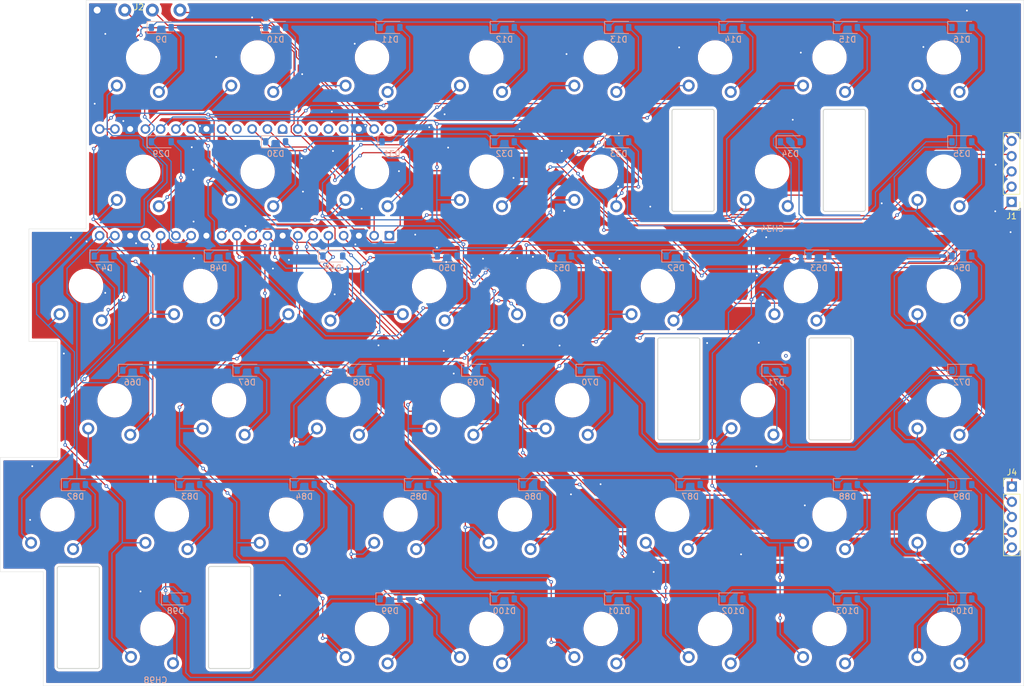
<source format=kicad_pcb>
(kicad_pcb (version 20241229) (generator "pcbnew") (generator_version "9.0")
  (layers (0 "F.Cu" signal) (2 "B.Cu" signal) (13 "F.Paste" user) (15 "B.Paste" user) (5 "F.SilkS" user "F.Silkscreen") (7 "B.SilkS" user "B.Silkscreen") (1 "F.Mask" user) (3 "B.Mask" user) (25 "Edge.Cuts" user))
  (net 0 "")
  (net 1 "col8")
  (net 2 "Net-(D9-A)")
  (net 3 "Net-(D10-A)")
  (net 4 "col9")
  (net 5 "col10")
  (net 6 "Net-(D11-A)")
  (net 7 "col11")
  (net 8 "Net-(D12-A)")
  (net 9 "col12")
  (net 10 "Net-(D13-A)")
  (net 11 "col13")
  (net 12 "Net-(D14-A)")
  (net 13 "Net-(D15-A)")
  (net 14 "col14")
  (net 15 "Net-(D16-A)")
  (net 16 "col15")
  (net 17 "Net-(D29-A)")
  (net 18 "Net-(D30-A)")
  (net 19 "Net-(D31-A)")
  (net 20 "Net-(D32-A)")
  (net 21 "Net-(D33-A)")
  (net 22 "Net-(D34-A)")
  (net 23 "Net-(D35-A)")
  (net 24 "Net-(D47-A)")
  (net 25 "Net-(D48-A)")
  (net 26 "Net-(D49-A)")
  (net 27 "Net-(D50-A)")
  (net 28 "Net-(D51-A)")
  (net 29 "Net-(D52-A)")
  (net 30 "Net-(D53-A)")
  (net 31 "Net-(D54-A)")
  (net 32 "Net-(D66-A)")
  (net 33 "Net-(D67-A)")
  (net 34 "Net-(D68-A)")
  (net 35 "Net-(D69-A)")
  (net 36 "Net-(D70-A)")
  (net 37 "Net-(D71-A)")
  (net 38 "Net-(D72-A)")
  (net 39 "Net-(D82-A)")
  (net 40 "Net-(D83-A)")
  (net 41 "Net-(D84-A)")
  (net 42 "Net-(D85-A)")
  (net 43 "Net-(D86-A)")
  (net 44 "col16")
  (net 45 "Net-(D87-A)")
  (net 46 "Net-(D88-A)")
  (net 47 "col17")
  (net 48 "Net-(D89-A)")
  (net 49 "col18")
  (net 50 "col19")
  (net 51 "Net-(D99-A)")
  (net 52 "Net-(D100-A)")
  (net 53 "Net-(D101-A)")
  (net 54 "Net-(D102-A)")
  (net 55 "Net-(D103-A)")
  (net 56 "Net-(D104-A)")
  (net 57 "row11")
  (net 58 "row10")
  (net 59 "row9")
  (net 60 "row8")
  (net 61 "row7")
  (net 62 "row6")
  (net 63 "row12")
  (net 64 "row13")
  (net 65 "row14")
  (net 66 "row15")
  (net 67 "row16")
  (net 68 "row17")
  (net 69 "Net-(D98-A)")
  (net 71 "GND1")
  (net 75 "Net-(A1-GPIO0)")
  (net 77 "Net-(A1-GPIO1)")
  (net 78 "Net-(A1-VSYS)")
  (footprint "PCM_marbastlib-xp-gateron_lp:SW_KS33_1u" (layer "F.Cu") (at 333.5635 72.021)
    (property "Reference" "CH52" (hide yes))
    (property "Value" "KS33_SW_HS")
  )
  (footprint "PCM_marbastlib-xp-gateron_lp:SW_KS33_1u" (layer "F.Cu") (at 281.176 91.071)
    (property "Reference" "CH68" (hide yes))
    (property "Value" "KS33_SW_HS")
  )
  (footprint "PCM_marbastlib-xp-gateron_lp:SW_KS33_1u" (layer "F.Cu") (at 381.1885 91.071)
    (property "Reference" "CH72" (hide yes))
    (property "Value" "KS33_SW_HS")
  )
  (footprint "PCM_marbastlib-xp-gateron_lp:SW_KS33_1u" (layer "F.Cu") (at 295.4635 72.021)
    (property "Reference" "CH50" (hide yes))
    (property "Value" "KS33_SW_HS")
  )
  (footprint "PCM_marbastlib-xp-gateron_lp:SW_KS33_1u" (layer "F.Cu") (at 266.8885 33.921)
    (property "Reference" "CH10" (hide yes))
    (property "Value" "KS33_SW_HS")
  )
  (footprint "gateron low profile:Gateron_Low_Profile_Socket_Stabilizer_2U" (layer "F.Cu") (at 352.6135 52.971)
    (property "Reference" "CH34")
    (property "Value" "KS33_SW_HS")
    (fp_line (start -16.700001 6.3) (end -16.700001 -10.1) (stroke (width 0.15)) (layer "Edge.Cuts"))
    (fp_line (start -16.400001 -10.4) (end -10.000001 -10.4) (stroke (width 0.15)) (layer "Edge.Cuts"))
    (fp_line (start -10.000001 6.6) (end -16.400001 6.6) (stroke (width 0.15)) (layer "Edge.Cuts"))
    (fp_line (start -9.700001 -10.1) (end -9.700002 6.3) (stroke (width 0.15)) (layer "Edge.Cuts"))
    (fp_line (start 8.500001 6.3) (end 8.5 -10.1) (stroke (width 0.15)) (layer "Edge.Cuts"))
    (fp_line (start 8.8 -10.4) (end 15.2 -10.4) (stroke (width 0.15)) (layer "Edge.Cuts"))
    (fp_line (start 15.2 6.6) (end 8.8 6.6) (stroke (width 0.15)) (layer "Edge.Cuts"))
    (fp_line (start 15.5 -10.1) (end 15.5 6.3) (stroke (width 0.15)) (layer "Edge.Cuts"))
    (fp_arc (start -16.700001 -10.1) (mid -16.612133 -10.312132) (end -16.400001 -10.4) (stroke (width 0.15)) (layer "Edge.Cuts"))
    (fp_arc (start -16.400001 6.6) (mid -16.612133 6.512132) (end -16.700001 6.3) (stroke (width 0.15)) (layer "Edge.Cuts"))
    (fp_arc (start -10.000001 -10.4) (mid -9.787869 -10.312132) (end -9.700001 -10.1) (stroke (width 0.15)) (layer "Edge.Cuts"))
    (fp_arc (start -9.700002 6.3) (mid -9.787869 6.512132) (end -10.000001 6.6) (stroke (width 0.15)) (layer "Edge.Cuts"))
    (fp_arc (start 8.5 -10.1) (mid 8.587868 -10.312132) (end 8.8 -10.4) (stroke (width 0.15)) (layer "Edge.Cuts"))
    (fp_arc (start 8.8 6.6) (mid 8.587868 6.512132) (end 8.500001 6.3) (stroke (width 0.15)) (layer "Edge.Cuts"))
    (fp_arc (start 15.2 -10.4) (mid 15.412132 -10.312132) (end 15.5 -10.1) (stroke (width 0.15)) (layer "Edge.Cuts"))
    (fp_arc (start 15.5 6.3) (mid 15.412132 6.512132) (end 15.2 6.6) (stroke (width 0.15)) (layer "Edge.Cuts"))
  )
  (footprint "PCM_marbastlib-xp-gateron_lp:SW_KS33_1u" (layer "F.Cu") (at 266.8885 52.971)
    (property "Reference" "CH30" (hide yes))
    (property "Value" "KS33_SW_HS")
  )
  (footprint "PCM_marbastlib-xp-gateron_lp:SW_KS33_1u" (layer "F.Cu") (at 324.0385 33.921)
    (property "Reference" "CH13" (hide yes))
    (property "Value" "KS33_SW_HS")
  )
  (footprint "PCM_marbastlib-xp-gateron_lp:SW_KS33_1u" (layer "F.Cu") (at 362.1385 33.921)
    (property "Reference" "CH15" (hide yes))
    (property "Value" "KS33_SW_HS")
  )
  (footprint "Connector_PinHeader_2.54mm:PinHeader_1x05_P2.54mm_Vertical" (layer "F.Cu") (at 392.5185 105.4458)
    (property "Reference" "J4")
    (property "Value" "Conn_01x05_Socket" (hide yes))
  )
  (footprint "PCM_marbastlib-xp-gateron_lp:SW_KS33_1u" (layer "F.Cu") (at 300.226 91.071)
    (property "Reference" "CH69" (hide yes))
    (property "Value" "KS33_SW_HS")
  )
  (footprint "PCM_marbastlib-xp-gateron_lp:SW_KS33_1u" (layer "F.Cu") (at 247.8385 52.971)
    (property "Reference" "CH29" (hide yes))
    (property "Value" "KS33_SW_HS")
  )
  (footprint "Connector_Wire:SolderWire-0.5sqmm_1x04_P4.6mm_D0.9mm_OD2.1mm" (layer "F.Cu") (at 240.156 26.031)
    (property "Reference" "J2")
    (property "Value" "Conn_01x04_Socket")
  )
  (footprint "PCM_marbastlib-xp-gateron_lp:SW_KS33_1u" (layer "F.Cu") (at 314.5135 72.021)
    (property "Reference" "CH51" (hide yes))
    (property "Value" "KS33_SW_HS")
  )
  (footprint "gateron low profile:Gateron_Low_Profile_Socket_Stabilizer_2U" (layer "F.Cu") (at 250.21975 129.171)
    (property "Reference" "CH98")
    (property "Value" "KS33_SW_HS")
    (fp_line (start -16.700001 6.3) (end -16.700001 -10.1) (stroke (width 0.15)) (layer "Edge.Cuts"))
    (fp_line (start -16.400001 -10.4) (end -10.000001 -10.4) (stroke (width 0.15)) (layer "Edge.Cuts"))
    (fp_line (start -10.000001 6.6) (end -16.400001 6.6) (stroke (width 0.15)) (layer "Edge.Cuts"))
    (fp_line (start -9.700001 -10.1) (end -9.700002 6.3) (stroke (width 0.15)) (layer "Edge.Cuts"))
    (fp_line (start 8.500001 6.3) (end 8.5 -10.1) (stroke (width 0.15)) (layer "Edge.Cuts"))
    (fp_line (start 8.8 -10.4) (end 15.2 -10.4) (stroke (width 0.15)) (layer "Edge.Cuts"))
    (fp_line (start 15.2 6.6) (end 8.8 6.6) (stroke (width 0.15)) (layer "Edge.Cuts"))
    (fp_line (start 15.5 -10.1) (end 15.5 6.3) (stroke (width 0.15)) (layer "Edge.Cuts"))
    (fp_arc (start -16.700001 -10.1) (mid -16.612133 -10.312132) (end -16.400001 -10.4) (stroke (width 0.15)) (layer "Edge.Cuts"))
    (fp_arc (start -16.400001 6.6) (mid -16.612133 6.512132) (end -16.700001 6.3) (stroke (width 0.15)) (layer "Edge.Cuts"))
    (fp_arc (start -10.000001 -10.4) (mid -9.787869 -10.312132) (end -9.700001 -10.1) (stroke (width 0.15)) (layer "Edge.Cuts"))
    (fp_arc (start -9.700002 6.3) (mid -9.787869 6.512132) (end -10.000001 6.6) (stroke (width 0.15)) (layer "Edge.Cuts"))
    (fp_arc (start 8.5 -10.1) (mid 8.587868 -10.312132) (end 8.8 -10.4) (stroke (width 0.15)) (layer "Edge.Cuts"))
    (fp_arc (start 8.8 6.6) (mid 8.587868 6.512132) (end 8.500001 6.3) (stroke (width 0.15)) (layer "Edge.Cuts"))
    (fp_arc (start 15.2 -10.4) (mid 15.412132 -10.312132) (end 15.5 -10.1) (stroke (width 0.15)) (layer "Edge.Cuts"))
    (fp_arc (start 15.5 6.3) (mid 15.412132 6.512132) (end 15.2 6.6) (stroke (width 0.15)) (layer "Edge.Cuts"))
  )
  (footprint "PCM_marbastlib-xp-gateron_lp:SW_KS33_1u" (layer "F.Cu") (at 257.3635 72.021)
    (property "Reference" "CH48" (hide yes))
    (property "Value" "KS33_SW_HS")
  )
  (footprint "PCM_marbastlib-xp-gateron_lp:SW_KS33_1u" (layer "F.Cu") (at 252.601 110.121)
    (property "Reference" "CH83" (hide yes))
    (property "Value" "KS33_SW_HS")
  )
  (footprint "PCM_marbastlib-xp-gateron_lp:SW_KS33_1u" (layer "F.Cu") (at 276.4135 72.021)
    (property "Reference" "CH49" (hide yes))
    (property "Value" "KS33_SW_HS")
  )
  (footprint "PCM_marbastlib-xp-gateron_lp:SW_KS33_1u" (layer "F.Cu") (at 309.751 110.121)
    (property "Reference" "CH86" (hide yes))
    (property "Value" "KS33_SW_HS")
  )
  (footprint "PCM_marbastlib-xp-gateron_lp:SW_KS33_1u" (layer "F.Cu") (at 362.1385 129.171)
    (property "Reference" "CH103" (hide yes))
    (property "Value" "KS33_SW_HS")
  )
  (footprint "PCM_marbastlib-xp-gateron_lp:SW_KS33_1u" (layer "F.Cu") (at 247.8385 33.921)
    (property "Reference" "CH9" (hide yes))
    (property "Value" "KS33_SW_HS")
  )
  (footprint "PCM_marbastlib-xp-gateron_lp:SW_KS33_1u" (layer "F.Cu") (at 381.1885 129.171)
    (property "Reference" "CH104" (hide yes))
    (property "Value" "KS33_SW_HS")
  )
  (footprint "PCM_marbastlib-xp-gateron_lp:SW_KS33_1u" (layer "F.Cu") (at 304.9885 52.971)
    (property "Reference" "CH32" (hide yes))
    (property "Value" "KS33_SW_HS")
  )
  (footprint "PCM_marbastlib-xp-gateron_lp:SW_KS33_1u" (layer "F.Cu") (at 381.1885 52.971)
    (property "Reference" "CH35" (hide yes))
    (property "Value" "KS33_SW_HS")
  )
  (footprint "PCM_marbastlib-xp-gateron_lp:SW_KS33_1u" (layer "F.Cu") (at 319.276 91.071)
    (property "Reference" "CH70" (hide yes))
    (property "Value" "KS33_SW_HS")
  )
  (footprint "PCM_marbastlib-xp-gateron_lp:SW_KS33_1u" (layer "F.Cu") (at 335.94475 110.121)
    (property "Reference" "CH87" (hide yes))
    (property "Value" "KS33_SW_HS")
  )
  (footprint "PCM_marbastlib-xp-gateron_lp:SW_KS33_1u" (layer "F.Cu") (at 343.0885 129.171)
    (property "Reference" "CH102" (hide yes))
    (property "Value" "KS33_SW_HS")
  )
  (footprint "PCM_marbastlib-xp-gateron_lp:SW_KS33_1u" (layer "F.Cu") (at 304.9885 33.921)
    (property "Reference" "CH12" (hide yes))
    (property "Value" "KS33_SW_HS")
  )
  (footprint "PCM_marbastlib-xp-gateron_lp:SW_KS33_1u" (layer "F.Cu") (at 324.0385 129.171)
    (property "Reference" "CH101" (hide yes))
    (property "Value" "KS33_SW_HS")
  )
  (footprint "PCM_marbastlib-xp-gateron_lp:SW_KS33_1u" (layer "F.Cu") (at 285.9385 52.971)
    (property "Reference" "CH31" (hide yes))
    (property "Value" "KS33_SW_HS")
  )
  (footprint "PCM_marbastlib-xp-gateron_lp:SW_KS33_1u" (layer "F.Cu") (at 304.9885 129.171)
    (property "Reference" "CH100" (hide yes))
    (property "Value" "KS33_SW_HS")
  )
  (footprint "PCM_marbastlib-xp-gateron_lp:SW_KS33_1u" (layer "F.Cu") (at 243.076 91.071)
    (property "Reference" "CH66" (hide yes))
    (property "Value" "KS33_SW_HS")
  )
  (footprint "PCM_marbastlib-xp-gateron_lp:SW_KS33_1u" (layer "F.Cu") (at 285.9385 129.171)
    (property "Reference" "CH99" (hide yes))
    (property "Value" "KS33_SW_HS")
  )
  (footprint "PCM_marbastlib-xp-gateron_lp:SW_KS33_1u" (layer "F.Cu") (at 324.0385 52.971)
    (property "Reference" "CH33" (hide yes))
    (property "Value" "KS33_SW_HS")
  )
  (footprint "PCM_marbastlib-xp-gateron_lp:SW_KS33_1u" (layer "F.Cu") (at 343.0885 33.921)
    (property "Reference" "CH14" (hide yes))
    (property "Value" "KS33_SW_HS")
  )
  (footprint "PCM_marbastlib-xp-gateron_lp:SW_KS33_1u" (layer "F.Cu") (at 381.1885 110.121)
    (property "Reference" "CH89" (hide yes))
    (property "Value" "KS33_SW_HS")
  )
  (footprint "PCM_marbastlib-xp-gateron_lp:SW_KS33_1u" (layer "F.Cu") (at 381.1885 72.021)
    (property "Reference" "CH54" (hide yes))
    (property "Value" "KS33_SW_HS")
  )
  (footprint "PCM_marbastlib-xp-gateron_lp:SW_KS33_1u" (layer "F.Cu") (at 233.551 110.121)
    (property "Reference" "CH82" (hide yes))
    (property "Value" "KS33_SW_HS")
  )
  (footprint "gateron low profile:Gateron_Low_Profile_Socket_Stabilizer_2U" (layer "F.Cu") (at 350.23225 91.071)
    (property "Reference" "CH71" (hide yes))
    (property "Value" "KS33_SW_HS" (hide yes))
    (fp_line (start -16.700001 6.3) (end -16.700001 -10.1) (stroke (width 0.15)) (layer "Edge.Cuts"))
    (fp_line (start -16.400001 -10.4) (end -10.000001 -10.4) (stroke (width 0.15)) (layer "Edge.Cuts"))
    (fp_line (start -10.000001 6.6) (end -16.400001 6.6) (stroke (width 0.15)) (layer "Edge.Cuts"))
    (fp_line (start -9.700001 -10.1) (end -9.700002 6.3) (stroke (width 0.15)) (layer "Edge.Cuts"))
    (fp_line (start 8.500001 6.3) (end 8.5 -10.1) (stroke (width 0.15)) (layer "Edge.Cuts"))
    (fp_line (start 8.8 -10.4) (end 15.2 -10.4) (stroke (width 0.15)) (layer "Edge.Cuts"))
    (fp_line (start 15.2 6.6) (end 8.8 6.6) (stroke (width 0.15)) (layer "Edge.Cuts"))
    (fp_line (start 15.5 -10.1) (end 15.5 6.3) (stroke (width 0.15)) (layer "Edge.Cuts"))
    (fp_arc (start -16.700001 -10.1) (mid -16.612133 -10.312132) (end -16.400001 -10.4) (stroke (width 0.15)) (layer "Edge.Cuts"))
    (fp_arc (start -16.400001 6.6) (mid -16.612133 6.512132) (end -16.700001 6.3) (stroke (width 0.15)) (layer "Edge.Cuts"))
    (fp_arc (start -10.000001 -10.4) (mid -9.787869 -10.312132) (end -9.700001 -10.1) (stroke (width 0.15)) (layer "Edge.Cuts"))
    (fp_arc (start -9.700002 6.3) (mid -9.787869 6.512132) (end -10.000001 6.6) (stroke (width 0.15)) (layer "Edge.Cuts"))
    (fp_arc (start 8.5 -10.1) (mid 8.587868 -10.312132) (end 8.8 -10.4) (stroke (width 0.15)) (layer "Edge.Cuts"))
    (fp_arc (start 8.8 6.6) (mid 8.587868 6.512132) (end 8.500001 6.3) (stroke (width 0.15)) (layer "Edge.Cuts"))
    (fp_arc (start 15.2 -10.4) (mid 15.412132 -10.312132) (end 15.5 -10.1) (stroke (width 0.15)) (layer "Edge.Cuts"))
    (fp_arc (start 15.5 6.3) (mid 15.412132 6.512132) (end 15.2 6.6) (stroke (width 0.15)) (layer "Edge.Cuts"))
  )
  (footprint "PCM_marbastlib-xp-gateron_lp:SW_KS33_1u" (layer "F.Cu") (at 285.9385 33.921)
    (property "Reference" "CH11" (hide yes))
    (property "Value" "KS33_SW_HS")
  )
  (footprint "PCM_marbastlib-xp-gateron_lp:SW_KS33_1u" (layer "F.Cu") (at 262.126 91.071)
    (property "Reference" "CH67" (hide yes))
    (property "Value" "KS33_SW_HS")
  )
  (footprint "Connector_PinHeader_2.54mm:PinHeader_1x05_P2.54mm_Vertical" (layer "F.Cu") (at 392.4685 57.995799 180)
    (property "Reference" "J1")
    (property "Value" "Conn_01x05_Socket" (hide yes))
  )
  (footprint "PCM_marbastlib-xp-gateron_lp:SW_KS33_1u" (layer "F.Cu") (at 381.1885 33.921)
    (property "Reference" "CH16" (hide yes))
    (property "Value" "KS33_SW_HS")
  )
  (footprint "PCM_marbastlib-xp-gateron_lp:SW_KS33_1u" (layer "F.Cu") (at 362.1385 110.121)
    (property "Reference" "CH88" (hide yes))
    (property "Value" "KS33_SW_HS")
  )
  (footprint "PCM_marbastlib-xp-gateron_lp:SW_KS33_1u" (layer "F.Cu") (at 271.651 110.121)
    (property "Reference" "CH84" (hide yes))
    (property "Value" "KS33_SW_HS")
  )
  (footprint "PCM_marbastlib-xp-gateron_lp:SW_KS33_1u" (layer "F.Cu") (at 238.3135 72.021)
    (property "Reference" "CH47" (hide yes))
    (property "Value" "KS33_SW_HS")
  )
  (footprint "PCM_marbastlib-xp-gateron_lp:SW_KS33_1u" (layer "F.Cu") (at 357.376 72.021)
    (property "Reference" "CH53" (hide yes))
    (property "Value" "KS33_SW_HS")
  )
  (footprint "PCM_marbastlib-xp-gateron_lp:SW_KS33_1u" (layer "F.Cu") (at 290.701 110.121)
    (property "Reference" "CH85" (hide yes))
    (property "Value" "KS33_SW_HS")
  )
  (footprint "Diode_SMD:D_SOD-123" (layer "B.Cu") (at 327.0385 124.171)
    (property "Reference" "D101")
    (property "Value" "D")
  )
  (footprint "Diode_SMD:D_SOD-123" (layer "B.Cu") (at 327.0385 28.921)
    (property "Reference" "D13")
    (property "Value" "D")
  )
  (footprint "Diode_SMD:D_SOD-123" (layer "B.Cu") (at 336.5635 67.021)
    (property "Reference" "D52")
    (property "Value" "D")
  )
  (footprint "Diode_SMD:D_SOD-123" (layer "B.Cu") (at 307.9885 28.921)
    (property "Reference" "D12")
    (property "Value" "D")
  )
  (footprint "Diode_SMD:D_SOD-123" (layer "B.Cu") (at 346.0885 28.921)
    (property "Reference" "D14")
    (property "Value" "D")
  )
  (footprint "Diode_SMD:D_SOD-123" (layer "B.Cu") (at 284.176 86.071)
    (property "Reference" "D68")
    (property "Value" "D")
  )
  (footprint "Diode_SMD:D_SOD-123" (layer "B.Cu") (at 269.8885 47.971)
    (property "Reference" "D30")
    (property "Value" "D")
  )
  (footprint "Diode_SMD:D_SOD-123" (layer "B.Cu") (at 255.601 105.121)
    (property "Reference" "D83")
    (property "Value" "D")
  )
  (footprint "Diode_SMD:D_SOD-123" (layer "B.Cu") (at 288.9385 28.921)
    (property "Reference" "D11")
    (property "Value" "D")
  )
  (footprint "Diode_SMD:D_SOD-123" (layer "B.Cu") (at 346.0885 124.171)
    (property "Reference" "D102")
    (property "Value" "D")
  )
  (footprint "Diode_SMD:D_SOD-123" (layer "B.Cu") (at 298.4635 67.021)
    (property "Reference" "D50")
    (property "Value" "D")
  )
  (footprint "Diode_SMD:D_SOD-123" (layer "B.Cu") (at 338.94475 105.121)
    (property "Reference" "D87")
    (property "Value" "D")
  )
  (footprint "Diode_SMD:D_SOD-123" (layer "B.Cu") (at 288.9385 124.171)
    (property "Reference" "D99")
    (property "Value" "D")
  )
  (footprint "Diode_SMD:D_SOD-123" (layer "B.Cu") (at 384.1885 86.071)
    (property "Reference" "D72")
    (property "Value" "D")
  )
  (footprint "Diode_SMD:D_SOD-123" (layer "B.Cu") (at 327.0385 47.971)
    (property "Reference" "D33")
    (property "Value" "D")
  )
  (footprint "Diode_SMD:D_SOD-123" (layer "B.Cu") (at 236.551 105.121)
    (property "Reference" "D82")
    (property "Value" "D")
  )
  (footprint "Diode_SMD:D_SOD-123" (layer "B.Cu") (at 384.1885 28.921)
    (property "Reference" "D16")
    (property "Value" "D")
  )
  (footprint "Diode_SMD:D_SOD-123" (layer "B.Cu") (at 360.376 67.021)
    (property "Reference" "D53")
    (property "Value" "D")
  )
  (footprint "Diode_SMD:D_SOD-123" (layer "B.Cu") (at 307.9885 124.171)
    (property "Reference" "D100")
    (property "Value" "D")
  )
  (footprint "Diode_SMD:D_SOD-123" (layer "B.Cu") (at 307.9885 47.971)
    (property "Reference" "D32")
    (property "Value" "D")
  )
  (footprint "Diode_SMD:D_SOD-123" (layer "B.Cu") (at 384.1885 105.121)
    (property "Reference" "D89")
    (property "Value" "D")
  )
  (footprint "Diode_SMD:D_SOD-123" (layer "B.Cu") (at 384.1885 67.021)
    (property "Reference" "D54")
    (property "Value" "D")
  )
  (footprint "Diode_SMD:D_SOD-123" (layer "B.Cu") (at 241.3135 67.021)
    (property "Reference" "D47")
    (property "Value" "D")
  )
  (footprint "Diode_SMD:D_SOD-123" (layer "B.Cu") (at 355.6135 47.971)
    (property "Reference" "D34")
    (property "Value" "D")
  )
  (footprint "Diode_SMD:D_SOD-123" (layer "B.Cu") (at 265.126 86.071)
    (property "Reference" "D67")
    (property "Value" "D")
  )
  (footprint "Diode_SMD:D_SOD-123" (layer "B.Cu") (at 260.3635 67.021)
    (property "Reference" "D48")
    (property "Value" "D")
  )
  (footprint "Diode_SMD:D_SOD-123" (layer "B.Cu") (at 312.751 105.121)
    (property "Reference" "D86")
    (property "Value" "D")
  )
  (footprint "Diode_SMD:D_SOD-123" (layer "B.Cu") (at 303.226 86.071)
    (property "Reference" "D69")
    (property "Value" "D")
  )
  (footprint "Diode_SMD:D_SOD-123" (layer "B.Cu") (at 384.1885 47.971)
    (property "Reference" "D35")
    (property "Value" "D")
  )
  (footprint "Diode_SMD:D_SOD-123" (layer "B.Cu") (at 384.1885 124.171)
    (property "Reference" "D104")
    (property "Value" "D")
  )
  (footprint "Diode_SMD:D_SOD-123" (layer "B.Cu") (at 279.4135 67.021)
    (property "Reference" "D49")
    (property "Value" "D")
  )
  (footprint "Diode_SMD:D_SOD-123" (layer "B.Cu") (at 269.8885 28.921)
    (property "Reference" "D10")
    (property "Value" "D")
  )
  (footprint "Diode_SMD:D_SOD-123" (layer "B.Cu") (at 353.23225 86.071)
    (property "Reference" "D71")
    (property "Value" "D")
  )
  (footprint "Diode_SMD:D_SOD-123" (layer "B.Cu") (at 365.1385 124.171)
    (property "Reference" "D103")
    (property "Value" "D")
  )
  (footprint "Diode_SMD:D_SOD-123" (layer "B.Cu") (at 365.1385 28.921)
    (property "Reference" "D15")
    (property "Value" "D")
  )
  (footprint "Diode_SMD:D_SOD-123" (layer "B.Cu") (at 289.2685 47.9858)
    (property "Reference" "D31")
    (property "Value" "D")
  )
  (footprint "Diode_SMD:D_SOD-123" (layer "B.Cu") (at 253.21975 124.171)
    (property "Reference" "D98")
    (property "Value" "D")
  )
  (footprint "Diode_SMD:D_SOD-123" (layer "B.Cu") (at 322.276 86.071)
    (property "Reference" "D70")
    (property "Value" "D")
  )
  (footprint "Diode_SMD:D_SOD-123" (layer "B.Cu") (at 293.701 105.121)
    (property "Reference" "D85")
    (property "Value" "D")
  )
  (footprint "Diode_SMD:D_SOD-123" (layer "B.Cu") (at 274.651 105.121)
    (property "Reference" "D84")
    (property "Value" "D")
  )
  (footprint "Module:RaspberryPi_Pico_Common_THT no silk only pins" (layer "B.Cu") (at 288.836 63.631001 90)
    (property "Reference" "A1" (hide yes))
    (property "Value" "RaspberryPi_Pico" (hide yes))
  )
  (footprint "Diode_SMD:D_SOD-123" (layer "B.Cu") (at 250.8385 28.921)
    (property "Reference" "D9")
    (property "Value" "D")
  )
  (footprint "Diode_SMD:D_SOD-123" (layer "B.Cu") (at 250.8385 47.971)
    (property "Reference" "D29")
    (property "Value" "D")
  )
  (footprint "Diode_SMD:D_SOD-123" (layer "B.Cu") (at 246.076 86.071)
    (property "Reference" "D66")
    (property "Value" "D")
  )
  (footprint "Diode_SMD:D_SOD-123" (layer "B.Cu") (at 365.1385 105.121)
    (property "Reference" "D88")
    (property "Value" "D")
  )
  (footprint "Diode_SMD:D_SOD-123" (layer "B.Cu") (at 317.5135 67.021)
    (property "Reference" "D51")
    (property "Value" "D")
  )
  (gr_line (start 238.316 24.401) (end 238.316 62.491) (stroke (width 0.05)) (layer "Edge.Cuts"))
  (gr_line (start 390.7135 138.6885) (end 394.5145 138.6885) (stroke (width 0.05)) (layer "Edge.Cuts"))
  (gr_line (start 233.5535 81.5385) (end 233.5535 100.5885) (stroke (width 0.05)) (layer "Edge.Cuts"))
  (gr_line (start 238.3135 62.4885) (end 228.7935 62.4885) (stroke (width 0.05)) (layer "Edge.Cuts"))
  (gr_line (start 231.1735 138.6885) (end 390.7135 138.6885) (stroke (width 0.05)) (layer "Edge.Cuts"))
  (gr_line (start 231.1735 119.6385) (end 231.1735 138.6885) (stroke (width 0.05)) (layer "Edge.Cuts"))
  (gr_line (start 394.5145 24.401) (end 394.5145 138.6885) (stroke (width 0.05)) (layer "Edge.Cuts"))
  (gr_line (start 390.7135 24.3985) (end 238.3135 24.3985) (stroke (width 0.05)) (layer "Edge.Cuts"))
  (gr_line (start 228.7935 81.271) (end 233.5535 81.271) (stroke (width 0.05)) (layer "Edge.Cuts"))
  (gr_line (start 394.5145 24.401) (end 390.7135 24.3985) (stroke (width 0.05)) (layer "Edge.Cuts"))
  (gr_line (start 224.0335 119.6385) (end 231.1735 119.6385) (stroke (width 0.05)) (layer "Edge.Cuts"))
  (gr_line (start 224.0335 100.5885) (end 224.0335 119.6385) (stroke (width 0.05)) (layer "Edge.Cuts"))
  (gr_line (start 228.7935 81.271) (end 228.7935 62.4885) (stroke (width 0.05)) (layer "Edge.Cuts"))
  (gr_line (start 233.5535 81.5385) (end 233.5535 81.271) (stroke (width 0.05)) (layer "Edge.Cuts"))
  (gr_line (start 233.5535 100.5885) (end 224.0335 100.5885) (stroke (width 0.05)) (layer "Edge.Cuts"))
  (via (at 354.8785 83.6558) (size 0.6) (drill 0.3) (layers "F.Cu" "B.Cu") (net 0))
  (segment (start 241.720799 45.851001) (end 240.576 45.851001) (width 0.2) (layer "B.Cu") (net 1))
  (segment (start 247.807001 48.574301) (end 251.0785 51.8458) (width 0.2) (layer "B.Cu") (net 1))
  (segment (start 251.0785 54.4958) (end 247.996 57.5783) (width 0.2) (layer "B.Cu") (net 1))
  (segment (start 241.826 45.7458) (end 241.826 46.11805) (width 0.2) (layer "B.Cu") (net 1))
  (segment (start 233.9135 76.721) (end 231.9934 78.6411) (width 0.2) (layer "B.Cu") (net 1))
  (segment (start 230.0635 71.7665) (end 230.0635 76.721) (width 0.2) (layer "B.Cu") (net 1))
  (segment (start 247.656 62.161) (end 239.669 62.161) (width 0.2) (layer "B.Cu") (net 1))
  (segment (start 227.6085 107.383442) (end 227.6085 113.2785) (width 0.2) (layer "B.Cu") (net 1))
  (segment (start 227.6085 113.2785) (end 229.151 114.821) (width 0.2) (layer "B.Cu") (net 1))
  (segment (start 239.669 62.161) (end 230.0635 71.7665) (width 0.2) (layer "B.Cu") (net 1))
  (segment (start 242.664951 46.957001) (end 247.164837 46.957001) (width 0.2) (layer "B.Cu") (net 1))
  (segment (start 241.826 46.11805) (end 242.664951 46.957001) (width 0.2) (layer "B.Cu") (net 1))
  (segment (start 236.377 83.0345) (end 236.377 98.614942) (width 0.2) (layer "B.Cu") (net 1))
  (segment (start 247.996 61.821) (end 247.656 62.161) (width 0.2) (layer "B.Cu") (net 1))
  (segment (start 247.164837 46.957001) (end 247.807001 47.599165) (width 0.2) (layer "B.Cu") (net 1))
  (segment (start 231.9934 78.6509) (end 236.377 83.0345) (width 0.2) (layer "B.Cu") (net 1))
  (segment (start 236.377 98.614942) (end 227.6085 107.383442) (width 0.2) (layer "B.Cu") (net 1))
  (segment (start 241.826 45.7458) (end 241.720799 45.851001) (width 0.2) (layer "B.Cu") (net 1))
  (segment (start 247.996 57.5783) (end 247.996 61.821) (width 0.2) (layer "B.Cu") (net 1))
  (segment (start 251.0785 51.8458) (end 251.0785 54.4958) (width 0.2) (layer "B.Cu") (net 1))
  (segment (start 241.826 40.2335) (end 241.826 45.7458) (width 0.2) (layer "B.Cu") (net 1))
  (segment (start 243.4385 38.621) (end 241.826 40.2335) (width 0.2) (layer "B.Cu") (net 1))
  (segment (start 231.9934 78.6411) (end 231.9934 78.6509) (width 0.2) (layer "B.Cu") (net 1))
  (segment (start 247.807001 47.599165) (end 247.807001 48.574301) (width 0.2) (layer "B.Cu") (net 1))
  (segment (start 230.0635 76.721) (end 231.9934 78.6509) (width 0.2) (layer "B.Cu") (net 1))
  (segment (start 254.1085 36.001) (end 254.1085 30.541) (width 0.2) (layer "B.Cu") (net 2))
  (segment (start 250.4385 39.671) (end 254.1085 36.001) (width 0.2) (layer "B.Cu") (net 2))
  (segment (start 254.1085 30.541) (end 252.4885 28.921) (width 0.2) (layer "B.Cu") (net 2))
  (segment (start 273.1585 36.001) (end 273.1585 30.541) (width 0.2) (layer "B.Cu") (net 3))
  (segment (start 269.4885 39.671) (end 273.1585 36.001) (width 0.2) (layer "B.Cu") (net 3))
  (segment (start 273.1585 30.541) (end 271.5385 28.921) (width 0.2) (layer "B.Cu") (net 3))
  (segment (start 242.466 43.991) (end 241.856 44.601) (width 0.2) (layer "F.Cu") (net 4))
  (segment (start 234.8935 91.1585) (end 234.8935 90.6985) (width 0.2) (layer "F.Cu") (net 4))
  (segment (start 241.816 63.181) (end 239.5235 60.8885) (width 0.2) (layer "F.Cu") (net 4))
  (segment (start 241.8812 45.851) (end 241.856 45.8258) (width 0.2) (layer "F.Cu") (net 4))
  (segment (start 241.856 46.846) (end 239.5835 49.1185) (width 0.2) (layer "F.Cu") (net 4))
  (segment (start 241.816 63.888051) (end 241.816 63.181) (width 0.2) (layer "F.Cu") (net 4))
  (segment (start 241.6935 105.3685) (end 238.08465 101.75965) (width 0.2) (layer "F.Cu") (net 4))
  (segment (start 246.5435 67.9185) (end 245.846449 67.9185) (width 0.2) (layer "F.Cu") (net 4))
  (segment (start 243.116 45.851) (end 241.8812 45.851) (width 0.2) (layer "F.Cu") (net 4))
  (segment (start 245.846449 67.9185) (end 241.816 63.888051) (width 0.2) (layer "F.Cu") (net 4))
  (segment (start 241.856 44.601) (end 241.856 45.8258) (width 0.2) (layer "F.Cu") (net 4))
  (segment (start 241.856 45.8258) (end 241.856 46.846) (width 0.2) (layer "F.Cu") (net 4))
  (segment (start 238.08465 101.75965) (end 234.8335 98.5085) (width 0.2) (layer "F.Cu") (net 4))
  (segment (start 234.8935 90.6985) (end 238.0535 87.5385) (width 0.2) (layer "F.Cu") (net 4))
  (segment (start 239.5235 60.8985) (end 239.5235 60.8885) (width 0.2) (layer "F.Cu") (net 4))
  (segment (start 234.826 91.226) (end 234.8935 91.1585) (width 0.2) (layer "F.Cu") (net 4))
  (via (at 239.5235 60.8885) (size 0.6) (drill 0.3) (layers "F.Cu" "B.Cu") (net 4))
  (via (at 238.0535 87.5385) (size 0.6) (drill 0.3) (layers "F.Cu" "B.Cu") (net 4))
  (via (at 246.5435 67.9185) (size 0.6) (drill 0.3) (layers "F.Cu" "B.Cu") (net 4))
  (via (at 234.8335 98.5085) (size 0.6) (drill 0.3) (layers "F.Cu" "B.Cu") (net 4))
  (via (at 239.5835 49.1185) (size 0.6) (drill 0.3) (layers "F.Cu" "B.Cu") (net 4))
  (via (at 234.826 91.226) (size 0.6) (drill 0.3) (layers "F.Cu" "B.Cu") (net 4))
  (via (at 242.466 43.991) (size 0.6) (drill 0.3) (layers "F.Cu" "B.Cu") (net 4))
  (via (at 241.6935 105.3685) (size 0.6) (drill 0.3) (layers "F.Cu" "B.Cu") (net 4))
  (via (at 238.08465 101.75965) (size 0.6) (drill 0.3) (layers "F.Cu" "B.Cu") (net 4))
  (segment (start 249.1812 76.4785) (end 249.4237 76.721) (width 0.2) (layer "B.Cu") (net 4))
  (segment (start 234.826 91.226) (end 234.826 95.771) (width 0.2) (layer "B.Cu") (net 4))
  (segment (start 248.871 76.721) (end 249.1135 76.4785) (width 0.2) (layer "B.Cu") (net 4))
  (segment (start 243.2385 43.2185) (end 242.466 43.991) (width 0.2) (layer "B.Cu") (net 4))
  (segment (start 242.61975 116.55225) (end 244.351 114.821) (width 0.2) (layer "B.Cu") (net 4))
  (segment (start 249.1135 70.4885) (end 246.5435 67.9185) (width 0.2) (layer "B.Cu") (net 4))
  (segment (start 245.79475 133.846) (end 242.61975 130.671) (width 0.2) (layer "B.Cu") (net 4))
  (segment (start 248.201 114.821) (end 244.4162 114.821) (width 0.2) (layer "B.Cu") (net 4))
  (segment (start 249.1135 76.4785) (end 249.1135 70.4885) (width 0.2) (layer "B.Cu") (net 4))
  (segment (start 234.826 98.501) (end 234.826 95.771) (width 0.2) (layer "B.Cu") (net 4))
  (segment (start 248.871 76.721) (end 238.0535 87.5385) (width 0.2) (layer "B.Cu") (net 4))
  (segment (start 243.4385 57.671) (end 240.221 60.8885) (width 0.2) (layer "B.Cu") (net 4))
  (segment (start 240.221 60.8885) (end 239.5235 60.8885) (width 0.2) (layer "B.Cu") (net 4))
  (segment (start 244.351 108.026) (end 241.6935 105.3685) (width 0.2) (layer "B.Cu") (net 4))
  (segment (start 239.5885 57.671) (end 239.5885 60.8235) (width 0.2) (layer "B.Cu") (net 4))
  (segment (start 244.351 114.7558) (end 244.351 108.026) (width 0.2) (layer "B.Cu") (net 4))
  (segment (start 234.8335 98.5085) (end 234.826 98.501) (width 0.2) (layer "B.Cu") (net 4))
  (segment (start 244.351 114.821) (end 244.351 114.7558) (width 0.2) (layer "B.Cu") (net 4))
  (segment (start 249.4237 76.721) (end 252.9635 76.721) (width 0.2) (layer "B.Cu") (net 4))
  (segment (start 257.2535 43.2185) (end 243.2385 43.2185) (width 0.2) (layer "B.Cu") (net 4))
  (segment (start 249.1135 76.4785) (end 249.1812 76.4785) (width 0.2) (layer "B.Cu") (net 4))
  (segment (start 239.5885 60.8235) (end 239.5235 60.8885) (width 0.2) (layer "B.Cu") (net 4))
  (segment (start 242.61975 130.671) (end 242.61975 116.55225) (width 0.2) (layer "B.Cu") (net 4))
  (segment (start 239.5885 57.671) (end 239.5885 49.1235) (width 0.2) (layer "B.Cu") (net 4))
  (segment (start 257.891 43.2185) (end 257.2535 43.2185) (width 0.2) (layer "B.Cu") (net 4))
  (segment (start 238.676 101.1683) (end 238.08465 101.75965) (width 0.2) (layer "B.Cu") (net 4))
  (segment (start 239.5885 49.1235) (end 239.5835 49.1185) (width 0.2) (layer "B.Cu") (net 4))
  (segment (start 238.676 95.771) (end 238.676 101.1683) (width 0.2) (layer "B.Cu") (net 4))
  (segment (start 262.4885 38.621) (end 257.891 43.2185) (width 0.2) (layer "B.Cu") (net 4))
  (segment (start 244.4162 114.821) (end 244.351 114.7558) (width 0.2) (layer "B.Cu") (net 4))
  (segment (start 250.608501 43.4385) (end 258.6435 43.4385) (width 0.2) (layer "F.Cu") (net 5))
  (segment (start 248.196 45.851001) (end 250.608501 43.4385) (width 0.2) (layer "F.Cu") (net 5))
  (segment (start 277.7335 130.7085) (end 277.7235 130.7185) (width 0.2) (layer "F.Cu") (net 5))
  (segment (start 259.636 44.431) (end 259.636 53.586) (width 0.2) (layer "F.Cu") (net 5))
  (segment (start 268.1035 65.2985) (end 268.1035 73.2285) (width 0.2) (layer "F.Cu") (net 5))
  (segment (start 257.8135 102.4685) (end 257.8135 102.4385) (width 0.2) (layer "F.Cu") (net 5))
  (segment (start 258.6435 43.4385) (end 259.636 44.431) (width 0.2) (layer "F.Cu") (net 5))
  (segment (start 277.7335 124.1185) (end 277.7335 130.7085) (width 0.2) (layer "F.Cu") (net 5))
  (segment (start 263.4235 84.1285) (end 261.9835 84.1285) (width 0.2) (layer "F.Cu") (net 5))
  (segment (start 259.636 53.586) (end 258.6435 54.5785) (width 0.2) (layer "F.Cu") (net 5))
  (segment (start 261.8535 106.5085) (end 257.8135 102.4685) (width 0.2) (layer "F.Cu") (net 5))
  (segment (start 261.9835 84.1285) (end 253.8835 92.2285) (width 0.2) (layer "F.Cu") (net 5))
  (via (at 258.6435 54.5785) (size 0.6) (drill 0.3) (layers "F.Cu" "B.Cu") (net 5))
  (via (at 277.7235 130.7185) (size 0.6) (drill 0.3) (layers "F.Cu" "B.Cu") (net 5))
  (via (at 253.8835 92.2285) (size 0.6) (drill 0.3) (layers "F.Cu" "B.Cu") (net 5))
  (via (at 257.8135 102.4385) (size 0.6) (drill 0.3) (layers "F.Cu" "B.Cu") (net 5))
  (via (at 268.1035 73.2285) (size 0.6) (drill 0.3) (layers "F.Cu" "B.Cu") (net 5))
  (via (at 263.4235 84.1285) (size 0.6) (drill 0.3) (layers "F.Cu" "B.Cu") (net 5))
  (via (at 258.6435 43.4385) (size 0.6) (drill 0.3) (layers "F.Cu" "B.Cu") (net 5))
  (via (at 261.8535 106.5085) (size 0.6) (drill 0.3) (layers "F.Cu" "B.Cu") (net 5))
  (via (at 277.7335 124.1185) (size 0.6) (drill 0.3) (layers "F.Cu" "B.Cu") (net 5))
  (via (at 268.1035 65.2985) (size 0.6) (drill 0.3) (layers "F.Cu" "B.Cu") (net 5))
  (segment (start 269.346 79.3885) (end 272.0135 76.721) (width 0.2) (layer "B.Cu") (net 5))
  (segment (start 277.7235 130.7185) (end 277.6885 130.7535) (width 0.2) (layer "B.Cu") (net 5))
  (segment (start 257.726 95.771) (end 253.876 95.771) (width 0.2) (layer "B.Cu") (net 5))
  (segment (start 278.386 130.7185) (end 281.5385 133.871) (width 0.2) (layer "B.Cu") (net 5))
  (segment (start 277.6885 38.621) (end 272.871 43.4385) (width 0.2) (layer "B.Cu") (net 5))
  (segment (start 271.3735 117.7585) (end 277.7335 124.1185) (width 0.2) (layer "B.Cu") (net 5))
  (segment (start 258.6435 54.5785) (end 258.6435 54.9485) (width 0.2) (layer "B.Cu") (net 5))
  (segment (start 268.1635 79.3885) (end 269.346 79.3885) (width 0.2) (layer "B.Cu") (net 5))
  (segment (start 259.666 64.261) (end 259.666 61.211) (width 0.2) (layer "B.Cu") (net 5))
  (segment (start 268.1035 65.2985) (end 260.7035 65.2985) (width 0.2) (layer "B.Cu") (net 5))
  (segment (start 253.876 98.481) (end 257.8135 102.4185) (width 0.2) (layer "B.Cu") (net 5))
  (segment (start 261.8835 106.5085) (end 263.401 108.026) (width 0.2) (layer "B.Cu") (net 5))
  (segment (start 261.8535 106.5085) (end 261.8835 106.5085) (width 0.2) (layer "B.Cu") (net 5))
  (segment (start 260.7035 65.2985) (end 259.666 64.261) (width 0.2) (layer "B.Cu") (net 5))
  (segment (start 267.251 114.821) (end 263.401 114.821) (width 0.2) (layer "B.Cu") (net 5))
  (segment (start 253.8835 92.2285) (end 253.876 92.236) (width 0.2) (layer "B.Cu") (net 5))
  (segment (start 263.401 116.946) (end 264.2135 117.7585) (width 0.2) (layer "B.Cu") (net 5))
  (segment (start 258.6385 54.9535) (end 258.6385 57.671) (width 0.2) (layer "B.Cu") (net 5))
  (segment (start 263.4235 84.1285) (end 268.1635 79.3885) (width 0.2) (layer "B.Cu") (net 5))
  (segment (start 263.401 108.026) (end 263.401 114.821) (width 0.2) (layer "B.Cu") (net 5))
  (segment (start 253.876 95.771) (end 253.876 98.481) (width 0.2) (layer "B.Cu") (net 5))
  (segment (start 272.871 43.4385) (end 258.6435 43.4385) (width 0.2) (layer "B.Cu") (net 5))
  (segment (start 259.396 54.5785) (end 258.6435 54.5785) (width 0.2) (layer "B.Cu") (net 5))
  (segment (start 259.666 61.211) (end 258.6385 60.1835) (width 0.2) (layer "B.Cu") (net 5))
  (segment (start 253.876 92.236) (end 253.876 95.771) (width 0.2) (layer "B.Cu") (net 5))
  (segment (start 264.2135 117.7585) (end 271.3735 117.7585) (width 0.2) (layer "B.Cu") (net 5))
  (segment (start 262.4885 57.671) (end 259.396 54.5785) (width 0.2) (layer "B.Cu") (net 5))
  (segment (start 258.6435 54.9485) (end 258.6385 54.9535) (width 0.2) (layer "B.Cu") (net 5))
  (segment (start 277.7235 130.7185) (end 278.386 130.7185) (width 0.2) (layer "B.Cu") (net 5))
  (segment (start 257.8135 102.4185) (end 257.8135 102.4385) (width 0.2) (layer "B.Cu") (net 5))
  (segment (start 281.5385 38.621) (end 277.6885 38.621) (width 0.2) (layer "B.Cu") (net 5))
  (segment (start 268.1635 73.2885) (end 268.1035 73.2285) (width 0.2) (layer "B.Cu") (net 5))
  (segment (start 268.1635 79.3885) (end 268.1635 73.2885) (width 0.2) (layer "B.Cu") (net 5))
  (segment (start 263.401 114.821) (end 263.401 116.946) (width 0.2) (layer "B.Cu") (net 5))
  (segment (start 258.6385 60.1835) (end 258.6385 57.671) (width 0.2) (layer "B.Cu") (net 5))
  (segment (start 288.5385 39.671) (end 292.2085 36.001) (width 0.2) (layer "B.Cu") (net 6))
  (segment (start 292.2085 36.001) (end 292.2085 30.541) (width 0.2) (layer "B.Cu") (net 6))
  (segment (start 292.2085 30.541) (end 290.5885 28.921) (width 0.2) (layer "B.Cu") (net 6))
  (segment (start 279.777 62.402) (end 277.6935 60.3185) (width 0.2) (layer "F.Cu") (net 7))
  (segment (start 273.0135 99.1185) (end 279.2035 105.3085) (width 0.2) (layer "F.Cu") (net 7))
  (segment (start 278.5435 86.2885) (end 280.5135 86.2885) (width 0.2) (layer "F.Cu") (net 7))
  (segment (start 279.777 64.2043) (end 279.777 62.402) (width 0.2) (layer "F.Cu") (net 7))
  (segment (start 290.5235 48.4685) (end 296.7835 42.2085) (width 0.2) (layer "F.Cu") (net 7))
  (segment (start 282.4585 66.8858) (end 279.777 64.2043) (width 0.2) (layer "F.Cu") (net 7))
  (segment (start 280.5135 86.2885) (end 287.0735 79.7285) (width 0.2) (layer "F.Cu") (net 7))
  (segment (start 284.0935 48.4685) (end 290.5235 48.4685) (width 0.2) (layer "F.Cu") (net 7))
  (segment (start 289.4235 124.2085) (end 282.4835 117.2685) (width 0.2) (layer "F.Cu") (net 7))
  (segment (start 282.4835 117.2685) (end 282.4835 116.7085) (width 0.2) (layer "F.Cu") (net 7))
  (segment (start 273.0135 98.0085) (end 273.0135 99.1185) (width 0.2) (layer "F.Cu") (net 7))
  (segment (start 293.9435 124.2085) (end 289.4235 124.2085) (width 0.2) (layer "F.Cu") (net 7))
  (via (at 296.7835 42.2085) (size 0.6) (drill 0.3) (layers "F.Cu" "B.Cu") (net 7))
  (via (at 278.5435 86.2885) (size 0.6) (drill 0.3) (layers "F.Cu" "B.Cu") (net 7))
  (via (at 279.2035 105.3085) (size 0.6) (drill 0.3) (layers "F.Cu" "B.Cu") (net 7))
  (via (at 287.0735 79.7285) (size 0.6) (drill 0.3) (layers "F.Cu" "B.Cu") (net 7))
  (via (at 284.0935 48.4685) (size 0.6) (drill 0.3) (layers "F.Cu" "B.Cu") (net 7))
  (via (at 277.6935 60.3185) (size 0.6) (drill 0.3) (layers "F.Cu" "B.Cu") (net 7))
  (via (at 282.4585 66.8858) (size 0.6) (drill 0.3) (layers "F.Cu" "B.Cu") (net 7))
  (via (at 293.9435 124.2085) (size 0.6) (drill 0.3) (layers "F.Cu" "B.Cu") (net 7))
  (via (at 273.0135 98.0085) (size 0.6) (drill 0.3) (layers "F.Cu" "B.Cu") (net 7))
  (via (at 282.4835 116.7085) (size 0.6) (drill 0.3) (layers "F.Cu" "B.Cu") (net 7))
  (segment (start 296.7835 42.2085) (end 297.001 42.2085) (width 0.2) (layer "B.Cu") (net 7))
  (segment (start 277.6885 57.671) (end 277.6885 54.8735) (width 0.2) (layer "B.Cu") (net 7))
  (segment (start 287.2135 79.5885) (end 287.2135 76.721) (width 0.2) (layer "B.Cu") (net 7))
  (segment (start 296.7385 127.0035) (end 293.9435 124.2085) (width 0.2) (layer "B.Cu") (net 7))
  (segment (start 282.4835 108.5885) (end 279.2035 105.3085) (width 0.2) (layer "B.Cu") (net 7))
  (segment (start 296.7385 130.021) (end 296.7385 127.0035) (width 0.2) (layer "B.Cu") (net 7))
  (segment (start 272.926 97.821) (end 272.926 95.771) (width 0.2) (layer "B.Cu") (net 7))
  (segment (start 284.4135 116.7085) (end 286.301 114.821) (width 0.2) (layer "B.Cu") (net 7))
  (segment (start 291.0635 76.721) (end 287.2135 76.721) (width 0.2) (layer "B.Cu") (net 7))
  (segment (start 272.926 95.771) (end 272.926 91.906) (width 0.2) (layer "B.Cu") (net 7))
  (segment (start 300.5885 133.871) (end 296.7385 130.021) (width 0.2) (layer "B.Cu") (net 7))
  (segment (start 282.4835 116.7085) (end 284.4135 116.7085) (width 0.2) (layer "B.Cu") (net 7))
  (segment (start 274.5385 98.0085) (end 273.0135 98.0085) (width 0.2) (layer "B.Cu") (net 7))
  (segment (start 277.6935 60.3185) (end 277.6935 60.0085) (width 0.2) (layer "B.Cu") (net 7))
  (segment (start 278.891 60.3185) (end 277.6935 60.3185) (width 0.2) (layer "B.Cu") (net 7))
  (segment (start 276.776 95.771) (end 274.5385 98.0085) (width 0.2) (layer "B.Cu") (net 7))
  (segment (start 250.736 45.851001) (end 252.741201 43.8458) (width 0.2) (layer "B.Cu") (net 7))
  (segment (start 258.892443 44.0395) (end 259.086143 43.8458) (width 0.2) (layer "B.Cu") (net 7))
  (segment (start 259.086143 43.8458) (end 295.1462 43.8458) (width 0.2) (layer "B.Cu") (net 7))
  (segment (start 284.063264 68.490564) (end 282.4585 66.8858) (width 0.2) (layer "B.Cu") (net 7))
  (segment (start 296.7835 42.2085) (end 296.7385 42.1635) (width 0.2) (layer "B.Cu") (net 7))
  (segment (start 277.6885 60.0035) (end 277.6885 57.671) (width 0.2) (layer "B.Cu") (net 7))
  (segment (start 252.741201 43.8458) (end 258.200857 43.8458) (width 0.2) (layer "B.Cu") (net 7))
  (segment (start 287.0735 79.7285) (end 287.2135 79.5885) (width 0.2) (layer "B.Cu") (net 7))
  (segment (start 287.2135 76.721) (end 284.063264 73.570764) (width 0.2) (layer "B.Cu") (net 7))
  (segment (start 284.063264 73.570764) (end 284.063264 68.490564) (width 0.2) (layer "B.Cu") (net 7))
  (segment (start 272.926 91.906) (end 278.5435 86.2885) (width 0.2) (layer "B.Cu") (net 7))
  (segment (start 277.6885 54.8735) (end 284.0935 48.4685) (width 0.2) (layer "B.Cu") (net 7))
  (segment (start 258.394557 44.0395) (end 258.892443 44.0395) (width 0.2) (layer "B.Cu") (net 7))
  (segment (start 282.4835 116.7085) (end 282.4835 108.5885) (width 0.2) (layer "B.Cu") (net 7))
  (segment (start 273.0135 98.0085) (end 273.0135 97.9085) (width 0.2) (layer "B.Cu") (net 7))
  (segment (start 281.5385 57.671) (end 278.891 60.3185) (width 0.2) (layer "B.Cu") (net 7))
  (segment (start 273.0135 97.9085) (end 272.926 97.821) (width 0.2) (layer "B.Cu") (net 7))
  (segment (start 295.1462 43.8458) (end 296.7835 42.2085) (width 0.2) (layer "B.Cu") (net 7))
  (segment (start 277.6935 60.0085) (end 277.6885 60.0035) (width 0.2) (layer "B.Cu") (net 7))
  (segment (start 297.001 42.2085) (end 300.5885 38.621) (width 0.2) (layer "B.Cu") (net 7))
  (segment (start 258.200857 43.8458) (end 258.394557 44.0395) (width 0.2) (layer "B.Cu") (net 7))
  (segment (start 311.2585 30.541) (end 309.6385 28.921) (width 0.2) (layer "B.Cu") (net 8))
  (segment (start 311.2585 36.001) (end 311.2585 30.541) (width 0.2) (layer "B.Cu") (net 8))
  (segment (start 307.5885 39.671) (end 311.2585 36.001) (width 0.2) (layer "B.Cu") (net 8))
  (segment (start 309.1285 74.9458) (end 308.6485 74.4658) (width 0.2) (layer "F.Cu") (net 9))
  (segment (start 299.7235 84.0185) (end 291.9235 91.8185) (width 0.2) (layer "F.Cu") (net 9))
  (segment (start 301.3335 84.0185) (end 299.7235 84.0185) (width 0.2) (layer "F.Cu") (net 9))
  (segment (start 308.6485 74.4658) (end 307.0185 74.4658) (width 0.2) (layer "F.Cu") (net 9))
  (segment (start 301.1735 65.0585) (end 301.1735 67.7485) (width 0.2) (layer "F.Cu") (net 9))
  (segment (start 296.7635 45.0085) (end 296.7635 52.1985) (width 0.2) (layer "F.Cu") (net 9))
  (segment (start 301.4835 107.7885) (end 301.4835 112.2485) (width 0.2) (layer "F.Cu") (net 9))
  (segment (start 296.5635 102.8685) (end 301.4835 107.7885) (width 0.2) (layer "F.Cu") (net 9))
  (segment (start 315.7935 121.3385) (end 315.7935 131.3785) (width 0.2) (layer "F.Cu") (net 9))
  (segment (start 301.1735 67.7485) (end 306.3035 72.8785) (width 0.2) (layer "F.Cu") (net 9))
  (segment (start 315.7935 131.3785) (end 315.8135 131.3985) (width 0.2) (layer "F.Cu") (net 9))
  (via (at 301.4835 112.2485) (size 0.6) (drill 0.3) (layers "F.Cu" "B.Cu") (net 9))
  (via (at 315.7935 121.3385) (size 0.6) (drill 0.3) (layers "F.Cu" "B.Cu") (net 9))
  (via (at 309.1285 74.9458) (size 0.6) (drill 0.3) (layers "F.Cu" "B.Cu") (net 9))
  (via (at 291.9235 91.8185) (size 0.6) (drill 0.3) (layers "F.Cu" "B.Cu") (net 9))
  (via (at 306.3035 72.8785) (size 0.6) (drill 0.3) (layers "F.Cu" "B.Cu") (net 9))
  (via (at 307.0185 74.4658) (size 0.6) (drill 0.3) (layers "F.Cu" "B.Cu") (net 9))
  (via (at 301.3335 84.0185) (size 0.6) (drill 0.3) (layers "F.Cu" "B.Cu") (net 9))
  (via (at 296.5635 102.8685) (size 0.6) (drill 0.3) (layers "F.Cu" "B.Cu") (net 9))
  (via (at 315.8135 131.3985) (size 0.6) (drill 0.3) (layers "F.Cu" "B.Cu") (net 9))
  (via (at 296.7635 45.0085) (size 0.6) (drill 0.3) (layers "F.Cu" "B.Cu") (net 9))
  (via (at 301.1735 65.0585) (size 0.6) (drill 0.3) (layers "F.Cu" "B.Cu") (net 9))
  (via (at 296.7635 52.1985) (size 0.6) (drill 0.3) (layers "F.Cu" "B.Cu") (net 9))
  (segment (start 296.7385 52.2235) (end 296.7385 57.671) (width 0.2) (layer "B.Cu") (net 9))
  (segment (start 300.5885 57.671) (end 296.7385 57.671) (width 0.2) (layer "B.Cu") (net 9))
  (segment (start 306.2735 74.4658) (end 306.2635 74.4758) (width 0.2) (layer "B.Cu") (net 9))
  (segment (start 296.7385 60.6235) (end 301.1735 65.0585) (width 0.2) (layer "B.Cu") (net 9))
  (segment (start 319.6385 38.621) (end 315.7885 38.621) (width 0.2) (layer "B.Cu") (net 9))
  (segment (start 315.8135 131.3985) (end 317.166 131.3985) (width 0.2) (layer "B.Cu") (net 9))
  (segment (start 315.8135 131.3985) (end 315.7885 131.4235) (width 0.2) (layer "B.Cu") (net 9))
  (segment (start 291.976 91.871) (end 291.976 95.771) (width 0.2) (layer "B.Cu") (net 9))
  (segment (start 306.2635 79.0885) (end 301.3335 84.0185) (width 0.2) (layer "B.Cu") (net 9))
  (segment (start 253.275999 45.851001) (end 254.6812 44.4458) (width 0.2) (layer "B.Cu") (net 9))
  (segment (start 306.2635 72.9185) (end 306.2635 74.4758) (width 0.2) (layer "B.Cu") (net 9))
  (segment (start 296.2008 44.4458) (end 296.7635 45.0085) (width 0.2) (layer "B.Cu") (net 9))
  (segment (start 307.0185 74.4658) (end 306.2735 74.4658) (width 0.2) (layer "B.Cu") (net 9))
  (segment (start 306.2635 74.4758) (end 306.2635 76.721) (width 0.2) (layer "B.Cu") (net 9))
  (segment (start 301.501 118.946) (end 301.501 112.266) (width 0.2) (layer "B.Cu") (net 9))
  (segment (start 306.2635 76.721) (end 306.2635 79.0885) (width 0.2) (layer "B.Cu") (net 9))
  (segment (start 291.9235 91.8185) (end 291.976 91.871) (width 0.2) (layer "B.Cu") (net 9))
  (segment (start 296.7385 57.671) (end 296.7385 60.6235) (width 0.2) (layer "B.Cu") (net 9))
  (segment (start 254.6812 44.4458) (end 296.2008 44.4458) (width 0.2) (layer "B.Cu") (net 9))
  (segment (start 309.401 45.0085) (end 296.7635 45.0085) (width 0.2) (layer "B.Cu") (net 9))
  (segment (start 306.3035 72.8785) (end 306.2635 72.9185) (width 0.2) (layer "B.Cu") (net 9))
  (segment (start 291.976 98.281) (end 296.5635 102.8685) (width 0.2) (layer "B.Cu") (net 9))
  (segment (start 296.7635 52.1985) (end 296.7385 52.2235) (width 0.2) (layer "B.Cu") (net 9))
  (segment (start 315.7885 38.621) (end 309.401 45.0085) (width 0.2) (layer "B.Cu") (net 9))
  (segment (start 305.351 114.821) (end 302.7785 112.2485) (width 0.2) (layer "B.Cu") (net 9))
  (segment (start 295.826 95.771) (end 291.976 95.771) (width 0.2) (layer "B.Cu") (net 9))
  (segment (start 291.976 95.771) (end 291.976 98.281) (width 0.2) (layer "B.Cu") (net 9))
  (segment (start 310.1135 75.9308) (end 309.1285 74.9458) (width 0.2) (layer "B.Cu") (net 9))
  (segment (start 315.0935 120.6385) (end 303.1935 120.6385) (width 0.2) (layer "B.Cu") (net 9))
  (segment (start 317.166 131.3985) (end 319.6385 133.871) (width 0.2) (layer "B.Cu") (net 9))
  (segment (start 303.1935 120.6385) (end 301.501 118.946) (width 0.2) (layer "B.Cu") (net 9))
  (segment (start 302.7785 112.2485) (end 301.4835 112.2485) (width 0.2) (layer "B.Cu") (net 9))
  (segment (start 301.501 112.266) (end 301.4835 112.2485) (width 0.2) (layer "B.Cu") (net 9))
  (segment (start 315.7935 121.3385) (end 315.0935 120.6385) (width 0.2) (layer "B.Cu") (net 9))
  (segment (start 310.1135 76.721) (end 310.1135 75.9308) (width 0.2) (layer "B.Cu") (net 9))
  (segment (start 330.3085 30.541) (end 328.6885 28.921) (width 0.2) (layer "B.Cu") (net 10))
  (segment (start 330.3085 36.001) (end 330.3085 30.541) (width 0.2) (layer "B.Cu") (net 10))
  (segment (start 326.6385 39.671) (end 330.3085 36.001) (width 0.2) (layer "B.Cu") (net 10))
  (segment (start 320.5035 105.0985) (end 316.3535 105.0985) (width 0.2) (layer "F.Cu") (net 11))
  (segment (start 316.3535 105.0985) (end 311.0635 99.8085) (width 0.2) (layer "F.Cu") (net 11))
  (segment (start 315.6435 60.0885) (end 323.4935 67.9385) (width 0.2) (layer "F.Cu") (net 11))
  (segment (start 327.6135 116.5885) (end 327.6135 116.9585) (width 0.2) (layer "F.Cu") (net 11))
  (segment (start 255.816001 45.851001) (end 255.823701 45.851001) (width 0.2) (layer "F.Cu") (net 11))
  (segment (start 321.1735 81.3085) (end 323.2435 81.3085) (width 0.2) (layer "F.Cu") (net 11))
  (segment (start 317.1535 85.3285) (end 321.1735 81.3085) (width 0.2) (layer "F.Cu") (net 11))
  (segment (start 334.8585 122.2858) (end 334.8585 124.2035) (width 0.2) (layer "F.Cu") (net 11))
  (segment (start 315.6435 59.7485) (end 315.6435 60.0885) (width 0.2) (layer "F.Cu") (net 11))
  (segment (start 323.7335 48.0985) (end 327.8435 43.9885) (width 0.2) (layer "F.Cu") (net 11))
  (segment (start 327.8435 43.9885) (end 331.7635 43.9885) (width 0.2) (layer "F.Cu") (net 11))
  (segment (start 255.823701 45.851001) (end 258.6485 48.6758) (width 0.2) (layer "F.Cu") (net 11))
  (segment (start 327.6135 116.9585) (end 334.8735 124.2185) (width 0.2) (layer "F.Cu") (net 11))
  (segment (start 334.8585 124.2035) (end 334.8735 124.2185) (width 0.2) (layer "F.Cu") (net 11))
  (via (at 311.0635 99.8085) (size 0.6) (drill 0.3) (layers "F.Cu" "B.Cu") (net 11))
  (via (at 327.6135 116.5885) (size 0.6) (drill 0.3) (layers "F.Cu" "B.Cu") (net 11))
  (via (at 334.8585 122.2858) (size 0.6) (drill 0.3) (layers "F.Cu" "B.Cu") (net 11))
  (via (at 323.4935 67.9385) (size 0.6) (drill 0.3) (layers "F.Cu" "B.Cu") (net 11))
  (via (at 323.7335 48.0985) (size 0.6) (drill 0.3) (layers "F.Cu" "B.Cu") (net 11))
  (via (at 317.1535 85.3285) (size 0.6) (drill 0.3) (layers "F.Cu" "B.Cu") (net 11))
  (via (at 334.8735 124.2185) (size 0.6) (drill 0.3) (layers "F.Cu" "B.Cu") (net 11))
  (via (at 331.7635 43.9885) (size 0.6) (drill 0.3) (layers "F.Cu" "B.Cu") (net 11))
  (via (at 323.2435 81.3085) (size 0.6) (drill 0.3) (layers "F.Cu" "B.Cu") (net 11))
  (via (at 315.6435 59.7485) (size 0.6) (drill 0.3) (layers "F.Cu" "B.Cu") (net 11))
  (via (at 320.5035 105.0985) (size 0.6) (drill 0.3) (layers "F.Cu" "B.Cu") (net 11))
  (via (at 258.6485 48.6758) (size 0.6) (drill 0.3) (layers "F.Cu" "B.Cu") (net 11))
  (segment (start 315.6435 59.7485) (end 315.7885 59.6035) (width 0.2) (layer "B.Cu") (net 11))
  (segment (start 323.2435 81.3085) (end 325.3135 79.2385) (width 0.2) (layer "B.Cu") (net 11))
  (segment (start 334.8385 130.021) (end 334.8385 124.2535) (width 0.2) (layer "B.Cu") (net 11))
  (segment (start 327.69475 114.821) (end 327.69475 112.28975) (width 0.2) (layer "B.Cu") (net 11))
  (segment (start 329.1635 76.721) (end 325.3183 76.721) (width 0.2) (layer "B.Cu") (net 11))
  (segment (start 327.69475 116.50725) (end 327.69475 114.821) (width 0.2) (layer "B.Cu") (net 11))
  (segment (start 338.6885 38.621) (end 337.131 38.621) (width 0.2) (layer "B.Cu") (net 11))
  (segment (start 300.924557 65.6595) (end 309.7325 65.6595) (width 0.2) (layer "B.Cu") (net 11))
  (segment (start 311.026 91.456) (end 317.1535 85.3285) (width 0.2) (layer "B.Cu") (net 11))
  (segment (start 315.7885 57.671) (end 315.7885 56.0435) (width 0.2) (layer "B.Cu") (net 11))
  (segment (start 311.0635 99.8085) (end 311.026 99.771) (width 0.2) (layer "B.Cu") (net 11))
  (segment (start 327.6135 116.5885) (end 327.69475 116.50725) (width 0.2) (layer "B.Cu") (net 11))
  (segment (start 325.3183 76.721) (end 325.3135 76.7258) (width 0.2) (layer "B.Cu") (net 11))
  (segment (start 325.3135 69.7585) (end 323.4935 67.9385) (width 0.2) (layer "B.Cu") (net 11))
  (segment (start 315.7885 56.0435) (end 323.7335 48.0985) (width 0.2) (layer "B.Cu") (net 11))
  (segment (start 331.54475 114.821) (end 334.8585 118.13475) (width 0.2) (layer "B.Cu") (net 11))
  (segment (start 319.6385 57.671) (end 315.7885 57.671) (width 0.2) (layer "B.Cu") (net 11))
  (segment (start 325.3135 76.7258) (end 325.3135 76.721) (width 0.2) (layer "B.Cu") (net 11))
  (segment (start 314.876 95.771) (end 311.026 95.771) (width 0.2) (layer "B.Cu") (net 11))
  (segment (start 258.6485 48.6758) (end 258.6485 50.498709) (width 0.2) (layer "B.Cu") (net 11))
  (segment (start 315.7885 59.6035) (end 315.7885 57.671) (width 0.2) (layer "B.Cu") (net 11))
  (segment (start 309.7325 65.6595) (end 315.6435 59.7485) (width 0.2) (layer "B.Cu") (net 11))
  (segment (start 270.155591 62.0058) (end 297.270857 62.0058) (width 0.2) (layer "B.Cu") (net 11))
  (segment (start 334.8585 118.13475) (end 334.8585 122.2858) (width 0.2) (layer "B.Cu") (net 11))
  (segment (start 297.270857 62.0058) (end 300.924557 65.6595) (width 0.2) (layer "B.Cu") (net 11))
  (segment (start 327.69475 112.28975) (end 320.5035 105.0985) (width 0.2) (layer "B.Cu") (net 11))
  (segment (start 311.026 95.771) (end 311.026 91.456) (width 0.2) (layer "B.Cu") (net 11))
  (segment (start 258.6485 50.498709) (end 270.155591 62.0058) (width 0.2) (layer "B.Cu") (net 11))
  (segment (start 337.131 38.621) (end 331.7635 43.9885) (width 0.2) (layer "B.Cu") (net 11))
  (segment (start 334.8385 124.2535) (end 334.8735 124.2185) (width 0.2) (layer "B.Cu") (net 11))
  (segment (start 325.3135 76.721) (end 325.3135 69.7585) (width 0.2) (layer "B.Cu") (net 11))
  (segment (start 338.6885 133.871) (end 334.8385 130.021) (width 0.2) (layer "B.Cu") (net 11))
  (segment (start 325.3135 79.2385) (end 325.3135 76.7258) (width 0.2) (layer "B.Cu") (net 11))
  (segment (start 311.026 99.771) (end 311.026 95.771) (width 0.2) (layer "B.Cu") (net 11))
  (segment (start 349.3585 36.001) (end 349.3585 30.541) (width 0.2) (layer "B.Cu") (net 12))
  (segment (start 349.3585 30.541) (end 347.7385 28.921) (width 0.2) (layer "B.Cu") (net 12))
  (segment (start 345.6885 39.671) (end 349.3585 36.001) (width 0.2) (layer "B.Cu") (net 12))
  (segment (start 368.4085 30.541) (end 366.7885 28.921) (width 0.2) (layer "B.Cu") (net 13))
  (segment (start 368.4085 36.001) (end 368.4085 30.541) (width 0.2) (layer "B.Cu") (net 13))
  (segment (start 364.7385 39.671) (end 368.4085 36.001) (width 0.2) (layer "B.Cu") (net 13))
  (segment (start 300.924557 64.4575) (end 308.449366 64.4575) (width 0.2) (layer "F.Cu") (net 14))
  (segment (start 349.126 74.2858) (end 349.1335 74.2783) (width 0.2) (layer "F.Cu") (net 14))
  (segment (start 284.911823 62.871229) (end 284.911823 63.803874) (width 0.2) (layer "F.Cu") (net 14))
  (segment (start 353.9135 120.5985) (end 353.9135 127.3385) (width 0.2) (layer "F.Cu") (net 14))
  (segment (start 353.9135 127.3385) (end 353.9235 127.3485) (width 0.2) (layer "F.Cu") (net 14))
  (segment (start 320.405209 55.82) (end 325.733709 61.1485) (width 0.2) (layer "F.Cu") (net 14))
  (segment (start 270.287206 49.8658) (end 282.946407 62.525001) (width 0.2) (layer "F.Cu") (net 14))
  (segment (start 325.733709 61.1485) (end 346.0735 61.1485) (width 0.2) (layer "F.Cu") (net 14))
  (segment (start 300.650056 64.732001) (end 300.924557 64.4575) (width 0.2) (layer "F.Cu") (net 14))
  (segment (start 284.565595 62.525001) (end 284.911823 62.871229) (width 0.2) (layer "F.Cu") (net 14))
  (segment (start 317.086866 55.82) (end 320.405209 55.82) (width 0.2) (layer "F.Cu") (net 14))
  (segment (start 284.911823 63.803874) (end 285.83995 64.732001) (width 0.2) (layer "F.Cu") (net 14))
  (segment (start 342.5935 105.2985) (end 342.5935 98.3185) (width 0.2) (layer "F.Cu") (net 14))
  (segment (start 260.896 45.851001) (end 264.910799 49.8658) (width 0.2) (layer "F.Cu") (net 14))
  (segment (start 264.910799 49.8658) (end 270.287206 49.8658) (width 0.2) (layer "F.Cu") (net 14))
  (segment (start 285.83995 64.732001) (end 300.650056 64.732001) (width 0.2) (layer "F.Cu") (net 14))
  (segment (start 349.1335 74.2783) (end 349.1335 64.2085) (width 0.2) (layer "F.Cu") (net 14))
  (segment (start 282.946407 62.525001) (end 284.565595 62.525001) (width 0.2) (layer "F.Cu") (net 14))
  (segment (start 349.1335 64.2085) (end 346.0735 61.1485) (width 0.2) (layer "F.Cu") (net 14))
  (segment (start 308.449366 64.4575) (end 317.086866 55.82) (width 0.2) (layer "F.Cu") (net 14))
  (via (at 346.0735 61.1485) (size 0.6) (drill 0.3) (layers "F.Cu" "B.Cu") (net 14))
  (via (at 349.126 74.2858) (size 0.6) (drill 0.3) (layers "F.Cu" "B.Cu") (net 14))
  (via (at 342.5935 98.3185) (size 0.6) (drill 0.3) (layers "F.Cu" "B.Cu") (net 14))
  (via (at 353.9235 127.3485) (size 0.6) (drill 0.3) (layers "F.Cu" "B.Cu") (net 14))
  (via (at 353.9135 120.5985) (size 0.6) (drill 0.3) (layers "F.Cu" "B.Cu") (net 14))
  (via (at 342.5935 105.2985) (size 0.6) (drill 0.3) (layers "F.Cu" "B.Cu") (net 14))
  (segment (start 351.257443 72.8848) (end 350.527 72.8848) (width 0.2) (layer "B.Cu") (net 14))
  (segment (start 345.0135 60.0885) (end 346.0735 61.1485) (width 0.2) (layer "B.Cu") (net 14))
  (segment (start 348.1885 57.646) (end 348.1885 59.0458) (width 0.2) (layer "B.Cu") (net 14))
  (segment (start 348.1885 59.0458) (end 346.0858 61.1485) (width 0.2) (layer "B.Cu") (net 14))
  (segment (start 342.63225 83.21475) (end 349.126 76.721) (width 0.2) (layer "B.Cu") (net 14))
  (segment (start 357.7385 133.871) (end 353.9235 130.056) (width 0.2) (layer "B.Cu") (net 14))
  (segment (start 342.63225 98.27975) (end 342.63225 95.770999) (width 0.2) (layer "B.Cu") (net 14))
  (segment (start 343.23475 98.3185) (end 342.5935 98.3185) (width 0.2) (layer "B.Cu") (net 14))
  (segment (start 346.0858 61.1485) (end 346.0735 61.1485) (width 0.2) (layer "B.Cu") (net 14))
  (segment (start 357.7385 38.621) (end 353.8885 38.621) (width 0.2) (layer "B.Cu") (net 14))
  (segment (start 345.80725 95.746) (end 343.23475 98.3185) (width 0.2) (layer "B.Cu") (net 14))
  (segment (start 353.8885 120.5735) (end 353.9135 120.5985) (width 0.2) (layer "B.Cu") (net 14))
  (segment (start 342.63225 95.770999) (end 342.63225 83.21475) (width 0.2) (layer "B.Cu") (net 14))
  (segment (start 345.0135 47.496) (end 345.0135 60.0885) (width 0.2) (layer "B.Cu") (net 14))
  (segment (start 349.126 74.2858) (end 349.126 76.721) (width 0.2) (layer "B.Cu") (net 14))
  (segment (start 350.527 72.8848) (end 349.126 74.2858) (width 0.2) (layer "B.Cu") (net 14))
  (segment (start 352.976 74.603357) (end 351.257443 72.8848) (width 0.2) (layer "B.Cu") (net 14))
  (segment (start 353.8885 114.821) (end 353.8885 120.5735) (width 0.2) (layer "B.Cu") (net 14))
  (segment (start 352.116 114.821) (end 342.5935 105.2985) (width 0.2) (layer "B.Cu") (net 14))
  (segment (start 353.9235 130.056) (end 353.9235 127.3485) (width 0.2) (layer "B.Cu") (net 14))
  (segment (start 353.9235 127.3485) (end 353.8885 127.3835) (width 0.2) (layer "B.Cu") (net 14))
  (segment (start 353.8885 114.821) (end 352.116 114.821) (width 0.2) (layer "B.Cu") (net 14))
  (segment (start 342.5935 98.3185) (end 342.63225 98.27975) (width 0.2) (layer "B.Cu") (net 14))
  (segment (start 352.976 76.721) (end 352.976 74.603357) (width 0.2) (layer "B.Cu") (net 14))
  (segment (start 353.8885 38.621) (end 345.0135 47.496) (width 0.2) (layer "B.Cu") (net 14))
  (segment (start 357.7385 114.821) (end 353.8885 114.821) (width 0.2) (layer "B.Cu") (net 14))
  (segment (start 387.4585 30.541) (end 385.8385 28.921) (width 0.2) (layer "B.Cu") (net 15))
  (segment (start 383.7885 39.671) (end 387.4585 36.001) (width 0.2) (layer "B.Cu") (net 15))
  (segment (start 387.4585 36.001) (end 387.4585 30.541) (width 0.2) (layer "B.Cu") (net 15))
  (segment (start 345.824557 60.5475) (end 354.422292 60.5475) (width 0.2) (layer "F.Cu") (net 16))
  (segment (start 354.422292 60.5475) (end 354.730592 60.8558) (width 0.2) (layer "F.Cu") (net 16))
  (segment (start 269.5808 49.4558) (end 274.7785 49.4558) (width 0.2) (layer "F.Cu") (net 16))
  (segment (start 293.2722 52.7995) (end 300.7048 52.7995) (width 0.2) (layer "F.Cu") (net 16))
  (segment (start 345.624557 60.7475) (end 345.824557 60.5475) (width 0.2) (layer "F.Cu") (net 16))
  (segment (start 315.008109 49.8558) (end 325.899809 60.7475) (width 0.2) (layer "F.Cu") (net 16))
  (segment (start 372.7385 60.8558) (end 373.3985 60.1958) (width 0.2) (layer "F.Cu") (net 16))
  (segment (start 354.730592 60.8558) (end 372.7385 60.8558) (width 0.2) (layer "F.Cu") (net 16))
  (segment (start 300.7048 52.7995) (end 303.6485 49.8558) (width 0.2) (layer "F.Cu") (net 16))
  (segment (start 265.976 45.851) (end 269.5808 49.4558) (width 0.2) (layer "F.Cu") (net 16))
  (segment (start 303.6485 49.8558) (end 315.008109 49.8558) (width 0.2) (layer "F.Cu") (net 16))
  (segment (start 291.1285 50.6558) (end 293.2722 52.7995) (width 0.2) (layer "F.Cu") (net 16))
  (segment (start 325.899809 60.7475) (end 345.624557 60.7475) (width 0.2) (layer "F.Cu") (net 16))
  (via (at 274.7785 49.4558) (size 0.6) (drill 0.3) (layers "F.Cu" "B.Cu") (net 16))
  (via (at 373.3985 60.1958) (size 0.6) (drill 0.3) (layers "F.Cu" "B.Cu") (net 16))
  (via (at 291.1285 50.6558) (size 0.6) (drill 0.3) (layers "F.Cu" "B.Cu") (net 16))
  (segment (start 376.7885 95.771) (end 376.7885 97.22311) (width 0.2) (layer "B.Cu") (net 16))
  (segment (start 376.7885 133.871) (end 376.7885 128.692) (width 0.2) (layer "B.Cu") (net 16))
  (segment (start 376.7885 97.22311) (end 376.38961 97.622) (width 0.2) (layer "B.Cu") (net 16))
  (segment (start 372.9385 95.771) (end 372.9385 92.8206) (width 0.2) (layer "B.Cu") (net 16))
  (segment (start 383.2895 124.77011) (end 383.2895 123.57189) (width 0.2) (layer "B.Cu") (net 16))
  (segment (start 372.9385 109.798) (end 376.7145 106.022) (width 0.2) (layer "B.Cu") (net 16))
  (segment (start 377.8771 48.872) (end 372.9385 53.8106) (width 0.2) (layer "B.Cu") (net 16))
  (segment (start 374.7895 59.522) (end 374.4409 59.1734) (width 0.2) (layer "B.Cu") (net 16))
  (segment (start 376.38961 78.572) (end 374.7895 78.572) (width 0.2) (layer "B.Cu") (net 16))
  (segment (start 382.98761 86.972) (end 383.2895 86.67011) (width 0.2) (layer "B.Cu") (net 16))
  (segment (start 378.7871 86.972) (end 382.98761 86.972) (width 0.2) (layer "B.Cu") (net 16))
  (segment (start 373.3985 60.1958) (end 373.4185 60.1958) (width 0.2) (layer "B.Cu") (net 16))
  (segment (start 383.2895 45.122) (end 383.2895 48.57011) (width 0.2) (layer "B.Cu") (net 16))
  (segment (start 372.9385 92.8206) (end 378.7871 86.972) (width 0.2) (layer "B.Cu") (net 16))
  (segment (start 375.38 67.922) (end 382.98761 67.922) (width 0.2) (layer "B.Cu") (net 16))
  (segment (start 383.2895 104.52189) (end 376.38961 97.622) (width 0.2) (layer "B.Cu") (net 16))
  (segment (start 376.7885 59.12311) (end 376.38961 59.522) (width 0.2) (layer "B.Cu") (net 16))
  (segment (start 374.7895 116.672) (end 372.9385 114.821) (width 0.2) (layer "B.Cu") (net 16))
  (segment (start 382.98761 48.872) (end 377.8771 48.872) (width 0.2) (layer "B.Cu") (net 16))
  (segment (start 274.7785 49.4558) (end 276.3668 47.8675) (width 0.2) (layer "B.Cu") (net 16))
  (segment (start 383.2895 85.47189) (end 376.38961 78.572) (width 0.2) (layer "B.Cu") (net 16))
  (segment (start 383.2895 105.72011) (end 383.2895 104.52189) (width 0.2) (layer "B.Cu") (net 16))
  (segment (start 376.7885 116.27311) (end 376.38961 116.672) (width 0.2) (layer "B.Cu") (net 16))
  (segment (start 382.98761 125.072) (end 383.2895 124.77011) (width 0.2) (layer "B.Cu") (net 16))
  (segment (start 376.7885 114.821) (end 376.7885 116.27311) (width 0.2) (layer "B.Cu") (net 16))
  (segment (start 376.7145 106.022) (end 382.98761 106.022) (width 0.2) (layer "B.Cu") (net 16))
  (segment (start 372.9385 114.821) (end 372.9385 109.798) (width 0.2) (layer "B.Cu") (net 16))
  (segment (start 376.7885 128.692) (end 380.4085 125.072) (width 0.2) (layer "B.Cu") (net 16))
  (segment (start 372.9385 70.3635) (end 375.38 67.922) (width 0.2) (layer "B.Cu") (net 16))
  (segment (start 376.38961 116.672) (end 374.7895 116.672) (width 0.2) (layer "B.Cu") (net 16))
  (segment (start 383.2895 123.57189) (end 376.38961 116.672) (width 0.2) (layer "B.Cu") (net 16))
  (segment (start 372.9385 53.8106) (end 372.9385 57.671) (width 0.2) (layer "B.Cu") (net 16))
  (segment (start 376.7885 78.17311) (end 376.38961 78.572) (width 0.2) (layer "B.Cu") (net 16))
  (segment (start 383.2895 48.57011) (end 382.98761 48.872) (width 0.2) (layer "B.Cu") (net 16))
  (segment (start 276.3668 47.8675) (end 285.83489 47.8675) (width 0.2) (layer "B.Cu") (net 16))
  (segment (start 382.98761 67.922) (end 383.2895 67.62011) (width 0.2) (layer "B.Cu") (net 16))
  (segment (start 383.2895 86.67011) (end 383.2895 85.47189) (width 0.2) (layer "B.Cu") (net 16))
  (segment (start 288.62319 50.6558) (end 291.1285 50.6558) (width 0.2) (layer "B.Cu") (net 16))
  (segment (start 376.38961 97.622) (end 374.7895 97.622) (width 0.2) (layer "B.Cu") (net 16))
  (segment (start 383.2895 67.62011) (end 383.2895 66.42189) (width 0.2) (layer "B.Cu") (net 16))
  (segment (start 376.7885 38.621) (end 383.2895 45.122) (width 0.2) (layer "B.Cu") (net 16))
  (segment (start 382.98761 106.022) (end 383.2895 105.72011) (width 0.2) (layer "B.Cu") (net 16))
  (segment (start 376.7885 76.721) (end 376.7885 78.17311) (width 0.2) (layer "B.Cu") (net 16))
  (segment (start 372.9385 57.671) (end 374.4409 59.1734) (width 0.2) (layer "B.Cu") (net 16))
  (segment (start 376.38961 59.522) (end 374.7895 59.522) (width 0.2) (layer "B.Cu") (net 16))
  (segment (start 380.4085 125.072) (end 382.98761 125.072) (width 0.2) (layer "B.Cu") (net 16))
  (segment (start 383.2895 66.42189) (end 376.38961 59.522) (width 0.2) (layer "B.Cu") (net 16))
  (segment (start 372.9385 76.721) (end 372.9385 70.3635) (width 0.2) (layer "B.Cu") (net 16))
  (segment (start 376.7885 57.671) (end 376.7885 59.12311) (width 0.2) (layer "B.Cu") (net 16))
  (segment (start 285.83489 47.8675) (end 288.62319 50.6558) (width 0.2) (layer "B.Cu") (net 16))
  (segment (start 373.4185 60.1958) (end 374.4409 59.1734) (width 0.2) (layer "B.Cu") (net 16))
  (segment (start 374.7895 97.622) (end 372.9385 95.771) (width 0.2) (layer "B.Cu") (net 16))
  (segment (start 374.7895 78.572) (end 372.9385 76.721) (width 0.2) (layer "B.Cu") (net 16))
  (segment (start 254.1085 54.9258) (end 251.8385 57.1958) (width 0.2) (layer "F.Cu") (net 17))
  (segment (start 254.1085 53.9358) (end 254.1085 54.9258) (width 0.2) (layer "F.Cu") (net 17))
  (via (at 251.8385 57.1958) (size 0.6) (drill 0.3) (layers "F.Cu" "B.Cu") (net 17))
  (via (at 254.1085 53.9358) (size 0.6) (drill 0.3) (layers "F.Cu" "B.Cu") (net 17))
  (segment (start 254.1085 53.9358) (end 254.1085 49.591) (width 0.2) (layer "B.Cu") (net 17))
  (segment (start 250.4385 58.721) (end 251.8385 57.321) (width 0.2) (layer "B.Cu") (net 17))
  (segment (start 254.1085 49.591) (end 252.4885 47.971) (width 0.2) (layer "B.Cu") (net 17))
  (segment (start 251.8385 57.321) (end 251.8385 57.1958) (width 0.2) (layer "B.Cu") (net 17))
  (segment (start 273.1585 55.051) (end 273.1585 49.591) (width 0.2) (layer "B.Cu") (net 18))
  (segment (start 269.4885 58.721) (end 273.1585 55.051) (width 0.2) (layer "B.Cu") (net 18))
  (segment (start 273.1585 49.591) (end 271.5385 47.971) (width 0.2) (layer "B.Cu") (net 18))
  (segment (start 292.2085 55.051) (end 292.2085 49.591) (width 0.2) (layer "B.Cu") (net 19))
  (segment (start 288.5385 58.721) (end 292.2085 55.051) (width 0.2) (layer "B.Cu") (net 19))
  (segment (start 292.2085 49.591) (end 290.5885 47.971) (width 0.2) (layer "B.Cu") (net 19))
  (segment (start 311.2585 49.591) (end 309.6385 47.971) (width 0.2) (layer "B.Cu") (net 20))
  (segment (start 311.2585 55.051) (end 311.2585 49.591) (width 0.2) (layer "B.Cu") (net 20))
  (segment (start 307.5885 58.721) (end 311.2585 55.051) (width 0.2) (layer "B.Cu") (net 20))
  (segment (start 328.0856 55.4858) (end 330.3085 55.4858) (width 0.2) (layer "F.Cu") (net 21))
  (segment (start 327.5385 56.5158) (end 327.5385 56.0329) (width 0.2) (layer "F.Cu") (net 21))
  (segment (start 327.5385 56.0329) (end 328.0856 55.4858) (width 0.2) (layer "F.Cu") (net 21))
  (via (at 330.3085 55.4858) (size 0.6) (drill 0.3) (layers "F.Cu" "B.Cu") (net 21))
  (via (at 327.5385 56.5158) (size 0.6) (drill 0.3) (layers "F.Cu" "B.Cu") (net 21))
  (segment (start 330.3085 55.4858) (end 330.3085 49.591) (width 0.2) (layer "B.Cu") (net 21))
  (segment (start 326.6385 57.4158) (end 327.5385 56.5158) (width 0.2) (layer "B.Cu") (net 21))
  (segment (start 330.3085 49.591) (end 328.6885 47.971) (width 0.2) (layer "B.Cu") (net 21))
  (segment (start 326.6385 58.721) (end 326.6385 57.4158) (width 0.2) (layer "B.Cu") (net 21))
  (segment (start 355.9183 46.6258) (end 357.2635 47.971) (width 0.2) (layer "B.Cu") (net 22))
  (segment (start 355.7485 58.136) (end 355.7485 51.5058) (width 0.2) (layer "B.Cu") (net 22))
  (segment (start 355.1885 58.696) (end 355.7485 58.136) (width 0.2) (layer "B.Cu") (net 22))
  (segment (start 352.8085 47.4458) (end 353.6285 46.6258) (width 0.2) (layer "B.Cu") (net 22))
  (segment (start 352.8085 48.5658) (end 352.8085 47.4458) (width 0.2) (layer "B.Cu") (net 22))
  (segment (start 355.7485 51.5058) (end 352.8085 48.5658) (width 0.2) (layer "B.Cu") (net 22))
  (segment (start 353.6285 46.6258) (end 355.9183 46.6258) (width 0.2) (layer "B.Cu") (net 22))
  (segment (start 383.7885 58.721) (end 387.4585 55.051) (width 0.2) (layer "B.Cu") (net 23))
  (segment (start 387.4585 49.591) (end 385.8385 47.971) (width 0.2) (layer "B.Cu") (net 23))
  (segment (start 387.4585 55.051) (end 387.4585 49.591) (width 0.2) (layer "B.Cu") (net 23))
  (segment (start 242.0185 75.9858) (end 242.4535 75.9858) (width 0.2) (layer "F.Cu") (net 24))
  (segment (start 242.4535 75.9858) (end 244.5835 73.8558) (width 0.2) (layer "F.Cu") (net 24))
  (via (at 242.0185 75.9858) (size 0.6) (drill 0.3) (layers "F.Cu" "B.Cu") (net 24))
  (via (at 244.5835 73.8558) (size 0.6) (drill 0.3) (layers "F.Cu" "B.Cu") (net 24))
  (segment (start 242.0185 76.666) (end 242.0185 75.9858) (width 0.2) (layer "B.Cu") (net 24))
  (segment (start 244.5835 73.8558) (end 244.5835 68.641) (width 0.2) (layer "B.Cu") (net 24))
  (segment (start 240.9135 77.771) (end 242.0185 76.666) (width 0.2) (layer "B.Cu") (net 24))
  (segment (start 244.5835 68.641) (end 242.9635 67.021) (width 0.2) (layer "B.Cu") (net 24))
  (segment (start 263.6335 68.641) (end 262.0135 67.021) (width 0.2) (layer "B.Cu") (net 25))
  (segment (start 263.6335 74.101) (end 263.6335 68.641) (width 0.2) (layer "B.Cu") (net 25))
  (segment (start 259.9635 77.771) (end 263.6335 74.101) (width 0.2) (layer "B.Cu") (net 25))
  (segment (start 279.0135 77.771) (end 282.6835 74.101) (width 0.2) (layer "B.Cu") (net 26))
  (segment (start 282.6835 74.101) (end 282.6835 68.641) (width 0.2) (layer "B.Cu") (net 26))
  (segment (start 282.6835 68.641) (end 281.0635 67.021) (width 0.2) (layer "B.Cu") (net 26))
  (segment (start 301.7335 68.641) (end 300.1135 67.021) (width 0.2) (layer "B.Cu") (net 27))
  (segment (start 301.7335 74.101) (end 301.7335 68.641) (width 0.2) (layer "B.Cu") (net 27))
  (segment (start 298.0635 77.771) (end 301.7335 74.101) (width 0.2) (layer "B.Cu") (net 27))
  (segment (start 317.1135 77.771) (end 320.7835 74.101) (width 0.2) (layer "B.Cu") (net 28))
  (segment (start 320.7835 68.641) (end 319.1635 67.021) (width 0.2) (layer "B.Cu") (net 28))
  (segment (start 320.7835 74.101) (end 320.7835 68.641) (width 0.2) (layer "B.Cu") (net 28))
  (segment (start 336.1635 77.771) (end 339.8335 74.101) (width 0.2) (layer "B.Cu") (net 29))
  (segment (start 339.8335 68.641) (end 338.2135 67.021) (width 0.2) (layer "B.Cu") (net 29))
  (segment (start 339.8335 74.101) (end 339.8335 68.641) (width 0.2) (layer "B.Cu") (net 29))
  (segment (start 363.646 74.101) (end 363.646 68.641) (width 0.2) (layer "B.Cu") (net 30))
  (segment (start 359.976 77.771) (end 363.646 74.101) (width 0.2) (layer "B.Cu") (net 30))
  (segment (start 363.646 68.641) (end 362.026 67.021) (width 0.2) (layer "B.Cu") (net 30))
  (segment (start 387.4585 68.641) (end 385.8385 67.021) (width 0.2) (layer "B.Cu") (net 31))
  (segment (start 383.7885 77.771) (end 387.4585 74.101) (width 0.2) (layer "B.Cu") (net 31))
  (segment (start 387.4585 74.101) (end 387.4585 68.641) (width 0.2) (layer "B.Cu") (net 31))
  (segment (start 249.346 87.691) (end 247.726 86.071) (width 0.2) (layer "B.Cu") (net 32))
  (segment (start 249.346 93.151) (end 249.346 87.691) (width 0.2) (layer "B.Cu") (net 32))
  (segment (start 245.676 96.821) (end 249.346 93.151) (width 0.2) (layer "B.Cu") (net 32))
  (segment (start 268.396 87.691) (end 266.776 86.071) (width 0.2) (layer "B.Cu") (net 33))
  (segment (start 264.726 96.821) (end 268.396 93.151) (width 0.2) (layer "B.Cu") (net 33))
  (segment (start 268.396 93.151) (end 268.396 87.691) (width 0.2) (layer "B.Cu") (net 33))
  (segment (start 287.446 93.151) (end 287.446 87.691) (width 0.2) (layer "B.Cu") (net 34))
  (segment (start 287.446 87.691) (end 285.826 86.071) (width 0.2) (layer "B.Cu") (net 34))
  (segment (start 283.776 96.821) (end 287.446 93.151) (width 0.2) (layer "B.Cu") (net 34))
  (segment (start 306.496 93.151) (end 306.496 87.691) (width 0.2) (layer "B.Cu") (net 35))
  (segment (start 302.826 96.821) (end 306.496 93.151) (width 0.2) (layer "B.Cu") (net 35))
  (segment (start 306.496 87.691) (end 304.876 86.071) (width 0.2) (layer "B.Cu") (net 35))
  (segment (start 325.546 93.151) (end 325.546 87.691) (width 0.2) (layer "B.Cu") (net 36))
  (segment (start 325.546 87.691) (end 323.926 86.071) (width 0.2) (layer "B.Cu") (net 36))
  (segment (start 321.876 96.821) (end 325.546 93.151) (width 0.2) (layer "B.Cu") (net 36))
  (segment (start 353.3685 96.23475) (end 353.3685 89.3358) (width 0.2) (layer "B.Cu") (net 37))
  (segment (start 352.80725 96.796) (end 353.3685 96.23475) (width 0.2) (layer "B.Cu") (net 37))
  (segment (start 351.0785 85.0858) (end 353.89705 85.0858) (width 0.2) (layer "B.Cu") (net 37))
  (segment (start 353.89705 85.0858) (end 354.88225 86.071) (width 0.2) (layer "B.Cu") (net 37))
  (segment (start 350.5785 86.5458) (end 350.5785 85.5858) (width 0.2) (layer "B.Cu") (net 37))
  (segment (start 353.3685 89.3358) (end 350.5785 86.5458) (width 0.2) (layer "B.Cu") (net 37))
  (segment (start 350.5785 85.5858) (end 351.0785 85.0858) (width 0.2) (layer "B.Cu") (net 37))
  (segment (start 387.4585 87.691) (end 385.8385 86.071) (width 0.2) (layer "B.Cu") (net 38))
  (segment (start 387.4585 93.151) (end 387.4585 87.691) (width 0.2) (layer "B.Cu") (net 38))
  (segment (start 383.7885 96.821) (end 387.4585 93.151) (width 0.2) (layer "B.Cu") (net 38))
  (segment (start 236.151 115.871) (end 239.821 112.201) (width 0.2) (layer "B.Cu") (net 39))
  (segment (start 239.821 112.201) (end 239.821 106.741) (width 0.2) (layer "B.Cu") (net 39))
  (segment (start 239.821 106.741) (end 238.201 105.121) (width 0.2) (layer "B.Cu") (net 39))
  (segment (start 258.871 112.201) (end 258.871 106.741) (width 0.2) (layer "B.Cu") (net 40))
  (segment (start 255.201 115.871) (end 258.871 112.201) (width 0.2) (layer "B.Cu") (net 40))
  (segment (start 258.871 106.741) (end 257.251 105.121) (width 0.2) (layer "B.Cu") (net 40))
  (segment (start 274.251 115.871) (end 277.921 112.201) (width 0.2) (layer "B.Cu") (net 41))
  (segment (start 277.921 112.201) (end 277.921 106.741) (width 0.2) (layer "B.Cu") (net 41))
  (segment (start 277.921 106.741) (end 276.301 105.121) (width 0.2) (layer "B.Cu") (net 41))
  (segment (start 296.971 112.201) (end 296.971 106.741) (width 0.2) (layer "B.Cu") (net 42))
  (segment (start 293.301 115.871) (end 296.971 112.201) (width 0.2) (layer "B.Cu") (net 42))
  (segment (start 296.971 106.741) (end 295.351 105.121) (width 0.2) (layer "B.Cu") (net 42))
  (segment (start 312.351 115.871) (end 316.021 112.201) (width 0.2) (layer "B.Cu") (net 43))
  (segment (start 316.021 112.201) (end 316.021 106.741) (width 0.2) (layer "B.Cu") (net 43))
  (segment (start 316.021 106.741) (end 314.401 105.121) (width 0.2) (layer "B.Cu") (net 43))
  (segment (start 309.084991 54.6068) (end 313.3375 54.6068) (width 0.2) (layer "F.Cu") (net 44))
  (segment (start 345.458457 60.3465) (end 345.684957 60.12) (width 0.2) (layer "F.Cu") (net 44))
  (segment (start 382.7685 50.0858) (end 392.178501 50.0858) (width 0.2) (layer "F.Cu") (net 44))
  (segment (start 313.3375 54.6068) (end 315.4585 52.4858) (width 0.2) (layer "F.Cu") (net 44))
  (segment (start 392.178501 50.0858) (end 392.4685 50.375799) (width 0.2) (layer "F.Cu") (net 44))
  (segment (start 377.0585 52.7858) (end 379.9385 49.9058) (width 0.2) (layer "F.Cu") (net 44))
  (segment (start 382.5885 49.9058) (end 382.7685 50.0858) (width 0.2) (layer "F.Cu") (net 44))
  (segment (start 345.684957 60.12) (end 351.196792 60.12) (width 0.2) (layer "F.Cu") (net 44))
  (segment (start 260.896001 63.631001) (end 263.541202 60.9858) (width 0.2) (layer "F.Cu") (net 44))
  (segment (start 332.21 56.65) (end 335.9065 60.3465) (width 0.2) (layer "F.Cu") (net 44))
  (segment (start 326.2558 49.5858) (end 332.21 55.54) (width 0.2) (layer "F.Cu") (net 44))
  (segment (start 295.0585 60.1858) (end 303.505991 60.1858) (width 0.2) (layer "F.Cu") (net 44))
  (segment (start 335.9065 60.3465) (end 345.458457 60.3465) (width 0.2) (layer "F.Cu") (net 44))
  (segment (start 315.6585 52.2858) (end 315.6585 52.1858) (width 0.2) (layer "F.Cu") (net 44))
  (segment (start 357.5575 56.87) (end 360.9875 60.3) (width 0.2) (layer "F.Cu") (net 44))
  (segment (start 360.9875 60.3) (end 371.541791 60.3) (width 0.2) (layer "F.Cu") (net 44))
  (segment (start 351.196792 60.12) (end 354.446792 56.87) (width 0.2) (layer "F.Cu") (net 44))
  (segment (start 332.21 55.54) (end 332.21 56.65) (width 0.2) (layer "F.Cu") (net 44))
  (segment (start 263.541202 60.9858) (end 276.4585 60.9858) (width 0.2) (layer "F.Cu") (net 44))
  (segment (start 320.3585 49.5858) (end 326.2558 49.5858) (width 0.2) (layer "F.Cu") (net 44))
  (segment (start 303.505991 60.1858) (end 309.084991 54.6068) (width 0.2) (layer "F.Cu") (net 44))
  (segment (start 377.0585 54.783291) (end 377.0585 52.7858) (width 0.2) (layer "F.Cu") (net 44))
  (segment (start 379.9385 49.9058) (end 382.5885 49.9058) (width 0.2) (layer "F.Cu") (net 44))
  (segment (start 371.541791 60.3) (end 377.0585 54.783291) (width 0.2) (layer "F.Cu") (net 44))
  (segment (start 354.446792 56.87) (end 357.5575 56.87) (width 0.2) (layer "F.Cu") (net 44))
  (segment (start 315.4585 52.4858) (end 315.6585 52.2858) (width 0.2) (layer "F.Cu") (net 44))
  (via (at 320.3585 49.5858) (size 0.6) (drill 0.3) (layers "F.Cu" "B.Cu") (net 44))
  (via (at 315.6585 52.1858) (size 0.6) (drill 0.3) (layers "F.Cu" "B.Cu") (net 44))
  (via (at 295.0585 60.1858) (size 0.6) (drill 0.3) (layers "F.Cu" "B.Cu") (net 44))
  (via (at 276.4585 60.9858) (size 0.6) (drill 0.3) (layers "F.Cu" "B.Cu") (net 44))
  (segment (start 276.4585 60.9858) (end 294.2585 60.9858) (width 0.2) (layer "B.Cu") (net 44))
  (segment (start 317.8585 52.1858) (end 320.3585 49.6858) (width 0.2) (layer "B.Cu") (net 44))
  (segment (start 294.2585 60.9858) (end 295.0585 60.1858) (width 0.2) (layer "B.Cu") (net 44))
  (segment (start 315.6585 52.1858) (end 317.8585 52.1858) (width 0.2) (layer "B.Cu") (net 44))
  (segment (start 320.3585 49.6858) (end 320.3585 49.5858) (width 0.2) (layer "B.Cu") (net 44))
  (segment (start 338.54475 115.871) (end 342.21475 112.201) (width 0.2) (layer "B.Cu") (net 45))
  (segment (start 342.21475 112.201) (end 342.21475 106.741) (width 0.2) (layer "B.Cu") (net 45))
  (segment (start 342.21475 106.741) (end 340.59475 105.121) (width 0.2) (layer "B.Cu") (net 45))
  (segment (start 364.7385 115.871) (end 368.4085 112.201) (width 0.2) (layer "B.Cu") (net 46))
  (segment (start 368.4085 112.201) (end 368.4085 106.741) (width 0.2) (layer "B.Cu") (net 46))
  (segment (start 368.4085 106.741) (end 366.7885 105.121) (width 0.2) (layer "B.Cu") (net 46))
  (segment (start 311.6585 68.373443) (end 304.346143 75.6858) (width 0.2) (layer "F.Cu") (net 47))
  (segment (start 263.8585 67.1858) (end 263.8585 66.9858) (width 0.2) (layer "F.Cu") (net 47))
  (segment (start 263.8585 66.9858) (end 263.436 66.5633) (width 0.2) (layer "F.Cu") (net 47))
  (segment (start 382.4985 62.8858) (end 349.2585 62.8858) (width 0.2) (layer "F.Cu") (net 47))
  (segment (start 311.6585 65.1858) (end 311.6585 68.373443) (width 0.2) (layer "F.Cu") (net 47))
  (segment (start 304.346143 75.6858) (end 294.4585 75.6858) (width 0.2) (layer "F.Cu") (net 47))
  (segment (start 263.436 66.5633) (end 263.436 63.631001) (width 0.2) (layer "F.Cu") (net 47))
  (segment (start 392.4685 52.9158) (end 382.4985 62.8858) (width 0.2) (layer "F.Cu") (net 47))
  (via (at 294.4585 75.6858) (size 0.6) (drill 0.3) (layers "F.Cu" "B.Cu") (net 47))
  (via (at 349.2585 62.8858) (size 0.6) (drill 0.3) (layers "F.Cu" "B.Cu") (net 47))
  (via (at 263.8585 67.1858) (size 0.6) (drill 0.3) (layers "F.Cu" "B.Cu") (net 47))
  (via (at 311.6585 65.1858) (size 0.6) (drill 0.3) (layers "F.Cu" "B.Cu") (net 47))
  (segment (start 290.072709 80.3295) (end 278.239709 80.3295) (width 0.2) (layer "B.Cu") (net 47))
  (segment (start 294.4585 75.6858) (end 294.4585 75.943709) (width 0.2) (layer "B.Cu") (net 47))
  (segment (start 294.4585 75.943709) (end 290.072709 80.3295) (width 0.2) (layer "B.Cu") (net 47))
  (segment (start 346.9585 65.1858) (end 311.6585 65.1858) (width 0.2) (layer "B.Cu") (net 47))
  (segment (start 349.2585 62.8858) (end 346.9585 65.1858) (width 0.2) (layer "B.Cu") (net 47))
  (segment (start 278.239709 80.3295) (end 265.096009 67.1858) (width 0.2) (layer "B.Cu") (net 47))
  (segment (start 265.096009 67.1858) (end 263.8585 67.1858) (width 0.2) (layer "B.Cu") (net 47))
  (segment (start 383.7885 115.871) (end 387.4585 112.201) (width 0.2) (layer "B.Cu") (net 48))
  (segment (start 387.4585 112.201) (end 387.4585 106.741) (width 0.2) (layer "B.Cu") (net 48))
  (segment (start 387.4585 106.741) (end 385.8385 105.121) (width 0.2) (layer "B.Cu") (net 48))
  (segment (start 267.082 62.525001) (end 271.865593 62.525001) (width 0.2) (layer "F.Cu") (net 49))
  (segment (start 380.438499 67.4858) (end 392.4685 55.455799) (width 0.2) (layer "F.Cu") (net 49))
  (segment (start 291.2585 80.6858) (end 330.5585 80.6858) (width 0.2) (layer "F.Cu") (net 49))
  (segment (start 356.2585 67.4858) (end 380.438499 67.4858) (width 0.2) (layer "F.Cu") (net 49))
  (segment (start 272.161999 63.75405) (end 273.13995 64.732001) (width 0.2) (layer "F.Cu") (net 49))
  (segment (start 265.976 63.631001) (end 267.082 62.525001) (width 0.2) (layer "F.Cu") (net 49))
  (segment (start 275.304701 64.732001) (end 291.2585 80.6858) (width 0.2) (layer "F.Cu") (net 49))
  (segment (start 272.161999 62.821407) (end 272.161999 63.75405) (width 0.2) (layer "F.Cu") (net 49))
  (segment (start 273.13995 64.732001) (end 275.304701 64.732001) (width 0.2) (layer "F.Cu") (net 49))
  (segment (start 271.865593 62.525001) (end 272.161999 62.821407) (width 0.2) (layer "F.Cu") (net 49))
  (via (at 330.5585 80.6858) (size 0.6) (drill 0.3) (layers "F.Cu" "B.Cu") (net 49))
  (via (at 356.2585 67.4858) (size 0.6) (drill 0.3) (layers "F.Cu" "B.Cu") (net 49))
  (segment (start 345.3099 79.97) (end 345.3099 76.4344) (width 0.2) (layer "B.Cu") (net 49))
  (segment (start 354.2585 67.4858) (end 356.2585 67.4858) (width 0.2) (layer "B.Cu") (net 49))
  (segment (start 345.3099 76.4344) (end 354.2585 67.4858) (width 0.2) (layer "B.Cu") (net 49))
  (segment (start 331.2743 79.97) (end 345.3099 79.97) (width 0.2) (layer "B.Cu") (net 49))
  (segment (start 330.5585 80.6858) (end 331.2743 79.97) (width 0.2) (layer "B.Cu") (net 49))
  (segment (start 381.528499 68.9358) (end 351.1085 68.9358) (width 0.2) (layer "F.Cu") (net 50))
  (segment (start 286.3585 67.2858) (end 285.6585 67.2858) (width 0.2) (layer "F.Cu") (net 50))
  (segment (start 310.0595 64.5848) (end 304.8585 69.7858) (width 0.2) (layer "F.Cu") (net 50))
  (segment (start 311.907443 64.5848) (end 310.0595 64.5848) (width 0.2) (layer "F.Cu") (net 50))
  (segment (start 298.6585 67.2858) (end 286.3585 67.2858) (width 0.2) (layer "F.Cu") (net 50))
  (segment (start 339.5285 68.9558) (end 316.278443 68.9558) (width 0.2) (layer "F.Cu") (net 50))
  (segment (start 302.9585 71.5858) (end 298.6585 67.2858) (width 0.2) (layer "F.Cu") (net 50))
  (segment (start 284.664264 68.280036) (end 283.7585 69.1858) (width 0.2) (layer "F.Cu") (net 50))
  (segment (start 283.7585 69.1858) (end 280.9585 69.1858) (width 0.2) (layer "F.Cu") (net 50))
  (segment (start 269.7585 67.1858) (end 269.7585 64.873501) (width 0.2) (layer "F.Cu") (net 50))
  (segment (start 392.4685 57.995799) (end 381.528499 68.9358) (width 0.2) (layer "F.Cu") (net 50))
  (segment (start 269.7585 64.873501) (end 268.516 63.631001) (width 0.2) (layer "F.Cu") (net 50))
  (segment (start 351.1085 68.9358) (end 350.8585 69.1858) (width 0.2) (layer "F.Cu") (net 50))
  (segment (start 340.8585 70.2858) (end 339.5285 68.9558) (width 0.2) (layer "F.Cu") (net 50))
  (segment (start 316.278443 68.9558) (end 311.907443 64.5848) (width 0.2) (layer "F.Cu") (net 50))
  (via (at 280.9585 69.1858) (size 0.6) (drill 0.3) (layers "F.Cu" "B.Cu") (net 50))
  (via (at 284.664264 68.280036) (size 0.6) (drill 0.3) (layers "F.Cu" "B.Cu") (net 50))
  (via (at 340.8585 70.2858) (size 0.6) (drill 0.3) (layers "F.Cu" "B.Cu") (net 50))
  (via (at 302.9585 71.5858) (size 0.6) (drill 0.3) (layers "F.Cu" "B.Cu") (net 50))
  (via (at 350.8585 69.1858) (size 0.6) (drill 0.3) (layers "F.Cu" "B.Cu") (net 50))
  (via (at 304.8585 69.7858) (size 0.6) (drill 0.3) (layers "F.Cu" "B.Cu") (net 50))
  (via (at 285.6585 67.2858) (size 0.6) (drill 0.3) (layers "F.Cu" "B.Cu") (net 50))
  (via (at 269.7585 67.1858) (size 0.6) (drill 0.3) (layers "F.Cu" "B.Cu") (net 50))
  (segment (start 285.6585 67.2858) (end 284.664264 68.280036) (width 0.2) (layer "B.Cu") (net 50))
  (segment (start 280.9585 69.1858) (end 280.8177 69.045) (width 0.2) (layer "B.Cu") (net 50))
  (segment (start 341.9585 69.1858) (end 340.8585 70.2858) (width 0.2) (layer "B.Cu") (net 50))
  (segment (start 304.8585 69.7858) (end 303.0585 71.5858) (width 0.2) (layer "B.Cu") (net 50))
  (segment (start 350.8585 69.1858) (end 341.9585 69.1858) (width 0.2) (layer "B.Cu") (net 50))
  (segment (start 303.0585 71.5858) (end 302.9585 71.5858) (width 0.2) (layer "B.Cu") (net 50))
  (segment (start 271.6177 69.045) (end 269.7585 67.1858) (width 0.2) (layer "B.Cu") (net 50))
  (segment (start 280.8177 69.045) (end 271.6177 69.045) (width 0.2) (layer "B.Cu") (net 50))
  (segment (start 292.2085 125.791) (end 290.5885 124.171) (width 0.2) (layer "B.Cu") (net 51))
  (segment (start 292.2085 131.251) (end 292.2085 125.791) (width 0.2) (layer "B.Cu") (net 51))
  (segment (start 288.5385 134.921) (end 292.2085 131.251) (width 0.2) (layer "B.Cu") (net 51))
  (segment (start 311.2585 131.251) (end 311.2585 125.791) (width 0.2) (layer "B.Cu") (net 52))
  (segment (start 311.2585 125.791) (end 309.6385 124.171) (width 0.2) (layer "B.Cu") (net 52))
  (segment (start 307.5885 134.921) (end 311.2585 131.251) (width 0.2) (layer "B.Cu") (net 52))
  (segment (start 330.3085 125.791) (end 328.6885 124.171) (width 0.2) (layer "B.Cu") (net 53))
  (segment (start 326.6385 134.921) (end 330.3085 131.251) (width 0.2) (layer "B.Cu") (net 53))
  (segment (start 330.3085 131.251) (end 330.3085 125.791) (width 0.2) (layer "B.Cu") (net 53))
  (segment (start 345.6885 134.921) (end 349.3585 131.251) (width 0.2) (layer "B.Cu") (net 54))
  (segment (start 349.3585 125.791) (end 347.7385 124.171) (width 0.2) (layer "B.Cu") (net 54))
  (segment (start 349.3585 131.251) (end 349.3585 125.791) (width 0.2) (layer "B.Cu") (net 54))
  (segment (start 368.4085 131.251) (end 368.4085 125.791) (width 0.2) (layer "B.Cu") (net 55))
  (segment (start 368.4085 125.791) (end 366.7885 124.171) (width 0.2) (layer "B.Cu") (net 55))
  (segment (start 364.7385 134.921) (end 368.4085 131.251) (width 0.2) (layer "B.Cu") (net 55))
  (segment (start 383.7885 134.921) (end 387.4585 131.251) (width 0.2) (layer "B.Cu") (net 56))
  (segment (start 387.4585 131.251) (end 387.4585 125.791) (width 0.2) (layer "B.Cu") (net 56))
  (segment (start 387.4585 125.791) (end 385.8385 124.171) (width 0.2) (layer "B.Cu") (net 56))
  (segment (start 249.4385 65.3558) (end 249.4385 111.4058) (width 0.2) (layer "F.Cu") (net 57))
  (segment (start 251.5685 113.5358) (end 251.5685 122.7558) (width 0.2) (layer "F.Cu") (net 57))
  (segment (start 249.4385 111.4058) (end 251.5685 113.5358) (width 0.2) (layer "F.Cu") (net 57))
  (via (at 249.4385 65.3558) (size 0.6) (drill 0.3) (layers "F.Cu" "B.Cu") (net 57))
  (via (at 251.5685 122.7558) (size 0.6) (drill 0.3) (layers "F.Cu" "B.Cu") (net 57))
  (segment (start 343.5375 123.27) (end 326.2895 123.27) (width 0.2) (layer "B.Cu") (net 57))
  (segment (start 251.5685 124.16975) (end 251.56975 124.171) (width 0.2) (layer "B.Cu") (net 57))
  (segment (start 326.2895 123.27) (end 325.3885 124.171) (width 0.2) (layer "B.Cu") (net 57))
  (segment (start 279.121 124.171) (end 266.0235 137.2685) (width 0.2) (layer "B.Cu") (net 57))
  (segment (start 307.2395 123.27) (end 306.3385 124.171) (width 0.2) (layer "B.Cu") (net 57))
  (segment (start 287.2885 124.171) (end 288.1895 123.27) (width 0.2) (layer "B.Cu") (net 57))
  (segment (start 288.1895 123.27) (end 305.4375 123.27) (width 0.2) (layer "B.Cu") (net 57))
  (segment (start 361.966 122.6485) (end 345.961 122.6485) (width 0.2) (layer "B.Cu") (net 57))
  (segment (start 251.5685 122.7558) (end 251.5685 124.16975) (width 0.2) (layer "B.Cu") (net 57))
  (segment (start 364.3895 123.27) (end 363.4885 124.171) (width 0.2) (layer "B.Cu") (net 57))
  (segment (start 266.0235 137.2685) (end 255.710251 137.2685) (width 0.2) (layer "B.Cu") (net 57))
  (segment (start 363.4885 124.171) (end 361.966 122.6485) (width 0.2) (layer "B.Cu") (net 57))
  (segment (start 249.4385 64.873502) (end 249.4385 65.3558) (width 0.2) (layer "B.Cu") (net 57))
  (segment (start 305.4375 123.27) (end 306.3385 124.171) (width 0.2) (layer "B.Cu") (net 57))
  (segment (start 325.3885 124.171) (end 324.4875 123.27) (width 0.2) (layer "B.Cu") (net 57))
  (segment (start 248.195999 63.631001) (end 249.4385 64.873502) (width 0.2) (layer "B.Cu") (net 57))
  (segment (start 254.938751 127.540001) (end 251.56975 124.171) (width 0.2) (layer "B.Cu") (net 57))
  (segment (start 255.710251 137.2685) (end 254.938751 136.497) (width 0.2) (layer "B.Cu") (net 57))
  (segment (start 345.961 122.6485) (end 344.4385 124.171) (width 0.2) (layer "B.Cu") (net 57))
  (segment (start 324.4875 123.27) (end 307.2395 123.27) (width 0.2) (layer "B.Cu") (net 57))
  (segment (start 381.6375 123.27) (end 364.3895 123.27) (width 0.2) (layer "B.Cu") (net 57))
  (segment (start 344.4385 124.171) (end 343.5375 123.27) (width 0.2) (layer "B.Cu") (net 57))
  (segment (start 382.5385 124.171) (end 381.6375 123.27) (width 0.2) (layer "B.Cu") (net 57))
  (segment (start 254.938751 136.497) (end 254.938751 127.540001) (width 0.2) (layer "B.Cu") (net 57))
  (segment (start 287.2885 124.171) (end 279.121 124.171) (width 0.2) (layer "B.Cu") (net 57))
  (segment (start 272.1 104.22) (end 273.001 105.121) (width 0.2) (layer "B.Cu") (net 58))
  (segment (start 253.05 104.22) (end 253.951 105.121) (width 0.2) (layer "B.Cu") (net 58))
  (segment (start 235.802 104.22) (end 236.7785 104.22) (width 0.2) (layer "B.Cu") (net 58))
  (segment (start 236.7785 74.8658) (end 236.7785 104.22) (width 0.2) (layer "B.Cu") (net 58))
  (segment (start 362.5875 104.22) (end 363.4885 105.121) (width 0.2) (layer "B.Cu") (net 58))
  (segment (start 364.3895 104.22) (end 381.6375 104.22) (width 0.2) (layer "B.Cu") (net 58))
  (segment (start 310.2 104.22) (end 311.101 105.121) (width 0.2) (layer "B.Cu") (net 58))
  (segment (start 311.101 105.121) (end 312.6235 103.5985) (width 0.2) (layer "B.Cu") (net 58))
  (segment (start 312.6235 103.5985) (end 335.77225 103.5985) (width 0.2) (layer "B.Cu") (net 58))
  (segment (start 291.15 104.22) (end 292.051 105.121) (width 0.2) (layer "B.Cu") (net 58))
  (segment (start 234.901 105.121) (end 235.802 104.22) (width 0.2) (layer "B.Cu") (net 58))
  (segment (start 235.1385 73.2258) (end 236.7785 74.8658) (width 0.2) (layer "B.Cu") (net 58))
  (segment (start 273.001 105.121) (end 273.902 104.22) (width 0.2) (layer "B.Cu") (net 58))
  (segment (start 236.7785 104.22) (end 253.05 104.22) (width 0.2) (layer "B.Cu") (net 58))
  (segment (start 254.852 104.22) (end 272.1 104.22) (width 0.2) (layer "B.Cu") (net 58))
  (segment (start 235.1385 69.068501) (end 235.1385 73.2258) (width 0.2) (layer "B.Cu") (net 58))
  (segment (start 381.6375 104.22) (end 382.5385 105.121) (width 0.2) (layer "B.Cu") (net 58))
  (segment (start 292.952 104.22) (end 310.2 104.22) (width 0.2) (layer "B.Cu") (net 58))
  (segment (start 273.902 104.22) (end 291.15 104.22) (width 0.2) (layer "B.Cu") (net 58))
  (segment (start 240.576 63.631001) (end 235.1385 69.068501) (width 0.2) (layer "B.Cu") (net 58))
  (segment (start 335.77225 103.5985) (end 337.29475 105.121) (width 0.2) (layer "B.Cu") (net 58))
  (segment (start 292.051 105.121) (end 292.952 104.22) (width 0.2) (layer "B.Cu") (net 58))
  (segment (start 337.29475 105.121) (end 338.19575 104.22) (width 0.2) (layer "B.Cu") (net 58))
  (segment (start 253.951 105.121) (end 254.852 104.22) (width 0.2) (layer "B.Cu") (net 58))
  (segment (start 338.19575 104.22) (end 362.5875 104.22) (width 0.2) (layer "B.Cu") (net 58))
  (segment (start 363.4885 105.121) (end 364.3895 104.22) (width 0.2) (layer "B.Cu") (net 58))
  (segment (start 355.5035 98.8785) (end 355.1685 98.5435) (width 0.2) (layer "B.Cu") (net 59))
  (segment (start 239.21439 66.12) (end 238.9125 66.42189) (width 0.2) (layer "B.Cu") (net 59))
  (segment (start 354.9335 89.42225) (end 351.58225 86.071) (width 0.2) (layer "B.Cu") (net 59))
  (segment (start 355.1685 98.5435) (end 354.9335 98.3085) (width 0.2) (layer "B.Cu") (net 59))
  (segment (start 239.9974 66.12) (end 239.21439 66.12) (width 0.2) (layer "B.Cu") (net 59))
  (segment (start 330.9235 91.71839) (end 330.9235 96.5935) (width 0.2) (layer "B.Cu") (net 59))
  (segment (start 243.116 63.631001) (end 242.486399 63.631001) (width 0.2) (layer "B.Cu") (net 59))
  (segment (start 237.4525 87.289557) (end 237.4525 87.787443) (width 0.2) (layer "B.Cu") (net 59))
  (segment (start 333.5485 99.2185) (end 354.4935 99.2185) (width 0.2) (layer "B.Cu") (net 59))
  (segment (start 237.4525 87.787443) (end 237.804557 88.1395) (width 0.2) (layer "B.Cu") (net 59))
  (segment (start 324.37511 85.17) (end 330.9235 91.71839) (width 0.2) (layer "B.Cu") (net 59))
  (segment (start 242.3575 88.1395) (end 244.426 86.071) (width 0.2) (layer "B.Cu") (net 59))
  (segment (start 382.5385 86.071) (end 379.121 86.071) (width 0.2) (layer "B.Cu") (net 59))
  (segment (start 320.626 86.071) (end 321.527 85.17) (width 0.2) (layer "B.Cu") (net 59))
  (segment (start 354.4935 99.2185) (end 355.1685 98.5435) (width 0.2) (layer "B.Cu") (net 59))
  (segment (start 301.576 86.071) (end 300.1035 84.5985) (width 0.2) (layer "B.Cu") (net 59))
  (segment (start 303.4285 84.2185) (end 301.576 86.071) (width 0.2) (layer "B.Cu") (net 59))
  (segment (start 245.327 85.17) (end 244.426 86.071) (width 0.2) (layer "B.Cu") (net 59))
  (segment (start 379.121 86.071) (end 366.3135 98.8785) (width 0.2) (layer "B.Cu") (net 59))
  (segment (start 238.9125 68.2498) (end 243.0325 72.3698) (width 0.2) (layer "B.Cu") (net 59))
  (segment (start 281.625 85.17) (end 264.377 85.17) (width 0.2) (layer "B.Cu") (net 59))
  (segment (start 318.7735 84.2185) (end 303.4285 84.2185) (width 0.2) (layer "B.Cu") (net 59))
  (segment (start 321.527 85.17) (end 324.37511 85.17) (width 0.2) (layer "B.Cu") (net 59))
  (segment (start 320.626 86.071) (end 318.7735 84.2185) (width 0.2) (layer "B.Cu") (net 59))
  (segment (start 243.0325 72.3698) (end 243.0325 81.709557) (width 0.2) (layer "B.Cu") (net 59))
  (segment (start 263.476 86.071) (end 262.575 85.17) (width 0.2) (layer "B.Cu") (net 59))
  (segment (start 300.1035 84.5985) (end 283.9985 84.5985) (width 0.2) (layer "B.Cu") (net 59))
  (segment (start 330.9235 96.5935) (end 333.5485 99.2185) (width 0.2) (layer "B.Cu") (net 59))
  (segment (start 238.9125 66.42189) (end 238.9125 68.2498) (width 0.2) (layer "B.Cu") (net 59))
  (segment (start 237.804557 88.1395) (end 242.3575 88.1395) (width 0.2) (layer "B.Cu") (net 59))
  (segment (start 282.526 86.071) (end 281.625 85.17) (width 0.2) (layer "B.Cu") (net 59))
  (segment (start 264.377 85.17) (end 263.476 86.071) (width 0.2) (layer "B.Cu") (net 59))
  (segment (start 243.0325 81.709557) (end 237.4525 87.289557) (width 0.2) (layer "B.Cu") (net 59))
  (segment (start 354.9335 98.3085) (end 354.9335 89.42225) (width 0.2) (layer "B.Cu") (net 59))
  (segment (start 242.486399 63.631001) (end 239.9974 66.12) (width 0.2) (layer "B.Cu") (net 59))
  (segment (start 366.3135 98.8785) (end 355.5035 98.8785) (width 0.2) (layer "B.Cu") (net 59))
  (segment (start 283.9985 84.5985) (end 282.526 86.071) (width 0.2) (layer "B.Cu") (net 59))
  (segment (start 262.575 85.17) (end 245.327 85.17) (width 0.2) (layer "B.Cu") (net 59))
  (segment (start 250.7585 66.12) (end 257.8125 66.12) (width 0.2) (layer "B.Cu") (net 60))
  (segment (start 239.6635 67.021) (end 240.5645 66.12) (width 0.2) (layer "B.Cu") (net 60))
  (segment (start 359.627 66.12) (end 381.6375 66.12) (width 0.2) (layer "B.Cu") (net 60))
  (segment (start 250.736001 63.631001) (end 250.736001 66.097501) (width 0.2) (layer "B.Cu") (net 60))
  (segment (start 250.736001 66.097501) (end 250.7585 66.12) (width 0.2) (layer "B.Cu") (net 60))
  (segment (start 297.7145 66.12) (end 314.9625 66.12) (width 0.2) (layer "B.Cu") (net 60))
  (segment (start 240.5645 66.12) (end 250.7585 66.12) (width 0.2) (layer "B.Cu") (net 60))
  (segment (start 257.8125 66.12) (end 258.7135 67.021) (width 0.2) (layer "B.Cu") (net 60))
  (segment (start 259.6145 66.12) (end 276.8625 66.12) (width 0.2) (layer "B.Cu") (net 60))
  (segment (start 296.8135 67.021) (end 297.7145 66.12) (width 0.2) (layer "B.Cu") (net 60))
  (segment (start 357.825 66.12) (end 358.726 67.021) (width 0.2) (layer "B.Cu") (net 60))
  (segment (start 316.7645 66.12) (end 334.0125 66.12) (width 0.2) (layer "B.Cu") (net 60))
  (segment (start 334.0125 66.12) (end 334.9135 67.021) (width 0.2) (layer "B.Cu") (net 60))
  (segment (start 258.7135 67.021) (end 259.6145 66.12) (width 0.2) (layer "B.Cu") (net 60))
  (segment (start 335.8145 66.12) (end 357.825 66.12) (width 0.2) (layer "B.Cu") (net 60))
  (segment (start 358.726 67.021) (end 359.627 66.12) (width 0.2) (layer "B.Cu") (net 60))
  (segment (start 276.8625 66.12) (end 277.7635 67.021) (width 0.2) (layer "B.Cu") (net 60))
  (segment (start 334.9135 67.021) (end 335.8145 66.12) (width 0.2) (layer "B.Cu") (net 60))
  (segment (start 314.9625 66.12) (end 315.8635 67.021) (width 0.2) (layer "B.Cu") (net 60))
  (segment (start 315.8635 67.021) (end 316.7645 66.12) (width 0.2) (layer "B.Cu") (net 60))
  (segment (start 278.6645 66.12) (end 295.9125 66.12) (width 0.2) (layer "B.Cu") (net 60))
  (segment (start 277.7635 67.021) (end 278.6645 66.12) (width 0.2) (layer "B.Cu") (net 60))
  (segment (start 381.6375 66.12) (end 382.5385 67.021) (width 0.2) (layer "B.Cu") (net 60))
  (segment (start 295.9125 66.12) (end 296.8135 67.021) (width 0.2) (layer "B.Cu") (net 60))
  (segment (start 358.014001 60.9785) (end 357.518751 60.483249) (width 0.2) (layer "B.Cu") (net 61))
  (segment (start 369.7935 56.3885) (end 369.7935 58.6385) (width 0.2) (layer "B.Cu") (net 61))
  (segment (start 285.9227 47.07) (end 269.1395 47.07) (width 0.2) (layer "B.Cu") (net 61))
  (segment (start 250.0895 47.07) (end 249.1885 47.971) (width 0.2) (layer "B.Cu") (net 61))
  (segment (start 267.3375 47.07) (end 250.0895 47.07) (width 0.2) (layer "B.Cu") (net 61))
  (segment (start 356.0435 61.9585) (end 357.518751 60.483249) (width 0.2) (layer "B.Cu") (net 61))
  (segment (start 328.4895 60.029) (end 330.419 61.9585) (width 0.2) (layer "B.Cu") (net 61))
  (segment (start 287.6185 47.9858) (end 286.8385 47.9858) (width 0.2) (layer "B.Cu") (net 61))
  (segment (start 367.4535 60.9785) (end 358.014001 60.9785) (width 0.2) (layer "B.Cu") (net 61))
  (segment (start 325.3885 47.971) (end 324.4875 47.07) (width 0.2) (layer "B.Cu") (net 61))
  (segment (start 307.2395 47.07) (end 306.3385 47.971) (width 0.2) (layer "B.Cu") (net 61))
  (segment (start 325.3885 47.971) (end 328.4895 51.072) (width 0.2) (layer "B.Cu") (net 61))
  (segment (start 253.276 63.631001) (end 252.476001 62.831002) (width 0.2) (layer "B.Cu") (net 61))
  (segment (start 378.211 47.971) (end 369.7935 56.3885) (width 0.2) (layer "B.Cu") (net 61))
  (segment (start 382.5385 47.971) (end 378.211 47.971) (width 0.2) (layer "B.Cu") (net 61))
  (segment (start 290.506 46.681) (end 289.216 47.971) (width 0.2) (layer "B.Cu") (net 61))
  (segment (start 357.518751 60.483249) (end 357.064501 60.029) (width 0.2) (layer "B.Cu") (net 61))
  (segment (start 289.216 47.971) (end 287.2885 47.971) (width 0.2) (layer "B.Cu") (net 61))
  (segment (start 306.3385 47.971) (end 305.0485 46.681) (width 0.2) (layer "B.Cu") (net 61))
  (segment (start 269.1395 47.07) (end 268.2385 47.971) (width 0.2) (layer "B.Cu") (net 61))
  (segment (start 268.2385 47.971) (end 267.3375 47.07) (width 0.2) (layer "B.Cu") (net 61))
  (segment (start 369.7935 58.6385) (end 367.4535 60.9785) (width 0.2) (layer "B.Cu") (net 61))
  (segment (start 252.476001 62.831002) (end 252.476001 51.258501) (width 0.2) (layer "B.Cu") (net 61))
  (segment (start 252.476001 51.258501) (end 249.1885 47.971) (width 0.2) (layer "B.Cu") (net 61))
  (segment (start 286.8385 47.9858) (end 285.9227 47.07) (width 0.2) (layer "B.Cu") (net 61))
  (segment (start 357.064501 51.072001) (end 353.9635 47.971) (width 0.2) (layer "B.Cu") (net 61))
  (segment (start 305.0485 46.681) (end 290.506 46.681) (width 0.2) (layer "B.Cu") (net 61))
  (segment (start 357.064501 60.029) (end 357.064501 51.072001) (width 0.2) (layer "B.Cu") (net 61))
  (segment (start 324.4875 47.07) (end 307.2395 47.07) (width 0.2) (layer "B.Cu") (net 61))
  (segment (start 328.4895 51.072) (end 328.4895 60.029) (width 0.2) (layer "B.Cu") (net 61))
  (segment (start 330.419 61.9585) (end 356.0435 61.9585) (width 0.2) (layer "B.Cu") (net 61))
  (segment (start 244.6085 35.3858) (end 244.6085 32.6358) (width 0.2) (layer "F.Cu") (net 62))
  (segment (start 248.0785 43.8185) (end 248.0785 38.8558) (width 0.2) (layer "F.Cu") (net 62))
  (segment (start 244.6085 32.6358) (end 247.0385 30.2058) (width 0.2) (layer "F.Cu") (net 62))
  (segment (start 248.0785 38.8558) (end 244.6085 35.3858) (width 0.2) (layer "F.Cu") (net 62))
  (segment (start 247.0385 30.2058) (end 247.4385 30.2058) (width 0.2) (layer "F.Cu") (net 62))
  (via (at 248.0785 43.8185) (size 0.6) (drill 0.3) (layers "F.Cu" "B.Cu") (net 62))
  (via (at 247.4385 30.2058) (size 0.6) (drill 0.3) (layers "F.Cu" "B.Cu") (net 62))
  (segment (start 255.816 63.631001) (end 254.715 64.732001) (width 0.2) (layer "B.Cu") (net 62))
  (segment (start 249.635 45.394951) (end 248.0785 43.838451) (width 0.2) (layer "B.Cu") (net 62))
  (segment (start 248.5875 59.587451) (end 248.5875 57.954291) (width 0.2) (layer "B.Cu") (net 62))
  (segment (start 248.0785 43.838451) (end 248.0785 43.8185) (width 0.2) (layer "B.Cu") (net 62))
  (segment (start 287.2885 28.921) (end 288.1895 28.02) (width 0.2) (layer "B.Cu") (net 62))
  (segment (start 250.0895 28.02) (end 267.3375 28.02) (width 0.2) (layer "B.Cu") (net 62))
  (segment (start 254.715 64.732001) (end 252.81995 64.732001) (width 0.2) (layer "B.Cu") (net 62))
  (segment (start 344.4385 28.921) (end 345.3395 28.02) (width 0.2) (layer "B.Cu") (net 62))
  (segment (start 252.175 64.087051) (end 252.175 63.174951) (width 0.2) (layer "B.Cu") (net 62))
  (segment (start 325.3885 28.921) (end 326.2895 28.02) (width 0.2) (layer "B.Cu") (net 62))
  (segment (start 252.81995 64.732001) (end 252.175 64.087051) (width 0.2) (layer "B.Cu") (net 62))
  (segment (start 248.5875 57.954291) (end 251.7885 54.753291) (width 0.2) (layer "B.Cu") (net 62))
  (segment (start 326.2895 28.02) (end 343.5375 28.02) (width 0.2) (layer "B.Cu") (net 62))
  (segment (start 268.2385 28.921) (end 269.1395 28.02) (width 0.2) (layer "B.Cu") (net 62))
  (segment (start 247.4385 30.2058) (end 247.4385 29.3158) (width 0.2) (layer "B.Cu") (net 62))
  (segment (start 364.3895 28.02) (end 381.6375 28.02) (width 0.2) (layer "B.Cu") (net 62))
  (segment (start 247.8333 28.921) (end 249.1885 28.921) (width 0.2) (layer "B.Cu") (net 62))
  (segment (start 305.4375 28.02) (end 306.3385 28.921) (width 0.2) (layer "B.Cu") (net 62))
  (segment (start 267.3375 28.02) (end 268.2385 28.921) (width 0.2) (layer "B.Cu") (net 62))
  (segment (start 248.4375 48.57011) (end 248.4375 47.166551) (width 0.2) (layer "B.Cu") (net 62))
  (segment (start 363.4885 28.921) (end 364.3895 28.02) (width 0.2) (layer "B.Cu") (net 62))
  (segment (start 248.4375 47.166551) (end 249.635 45.969051) (width 0.2) (layer "B.Cu") (net 62))
  (segment (start 307.2395 28.02) (end 324.4875 28.02) (width 0.2) (layer "B.Cu") (net 62))
  (segment (start 288.1895 28.02) (end 305.4375 28.02) (width 0.2) (layer "B.Cu") (net 62))
  (segment (start 269.1395 28.02) (end 286.3875 28.02) (width 0.2) (layer "B.Cu") (net 62))
  (segment (start 251.7885 54.753291) (end 251.7885 51.92111) (width 0.2) (layer "B.Cu") (net 62))
  (segment (start 381.6375 28.02) (end 382.5385 28.921) (width 0.2) (layer "B.Cu") (net 62))
  (segment (start 324.4875 28.02) (end 325.3885 28.921) (width 0.2) (layer "B.Cu") (net 62))
  (segment (start 247.4385 29.3158) (end 247.8333 28.921) (width 0.2) (layer "B.Cu") (net 62))
  (segment (start 249.1885 28.921) (end 250.0895 28.02) (width 0.2) (layer "B.Cu") (net 62))
  (segment (start 343.5375 28.02) (end 344.4385 28.921) (width 0.2) (layer "B.Cu") (net 62))
  (segment (start 251.7885 51.92111) (end 248.4375 48.57011) (width 0.2) (layer "B.Cu") (net 62))
  (segment (start 286.3875 28.02) (end 287.2885 28.921) (width 0.2) (layer "B.Cu") (net 62))
  (segment (start 345.3395 28.02) (end 362.5875 28.02) (width 0.2) (layer "B.Cu") (net 62))
  (segment (start 362.5875 28.02) (end 363.4885 28.921) (width 0.2) (layer "B.Cu") (net 62))
  (segment (start 306.3385 28.921) (end 307.2395 28.02) (width 0.2) (layer "B.Cu") (net 62))
  (segment (start 249.635 45.969051) (end 249.635 45.394951) (width 0.2) (layer "B.Cu") (net 62))
  (segment (start 252.175 63.174951) (end 248.5875 59.587451) (width 0.2) (layer "B.Cu") (net 62))
  (segment (start 274.9085 42.7858) (end 273.596 44.0983) (width 0.2) (layer "F.Cu") (net 63))
  (segment (start 273.596 44.0983) (end 273.596 45.851001) (width 0.2) (layer "F.Cu") (net 63))
  (segment (start 386.240201 41.6075) (end 392.4685 47.835799) (width 0.2) (layer "F.Cu") (net 63))
  (segment (start 287.8585 41.9358) (end 288.1868 41.6075) (width 0.2) (layer "F.Cu") (net 63))
  (segment (start 288.1868 41.6075) (end 386.240201 41.6075) (width 0.2) (layer "F.Cu") (net 63))
  (via (at 287.8585 41.9358) (size 0.6) (drill 0.3) (layers "F.Cu" "B.Cu") (net 63))
  (via (at 274.9085 42.7858) (size 0.6) (drill 0.3) (layers "F.Cu" "B.Cu") (net 63))
  (segment (start 275.7585 41.9358) (end 274.9085 42.7858) (width 0.2) (layer "B.Cu") (net 63))
  (segment (start 287.8585 41.9358) (end 275.7585 41.9358) (width 0.2) (layer "B.Cu") (net 63))
  (segment (start 334.2585 62.6858) (end 324.5585 62.6858) (width 0.2) (layer "F.Cu") (net 64))
  (segment (start 271.519799 48.8548) (end 268.516 45.851001) (width 0.2) (layer "F.Cu") (net 64))
  (segment (start 289.7633 49.7958) (end 284.4485 49.7958) (width 0.2) (layer "F.Cu") (net 64))
  (segment (start 354.088509 75.2158) (end 353.742709 74.87) (width 0.2) (layer "F.Cu") (net 64))
  (segment (start 352.209291 74.87) (end 352.157291 74.922) (width 0.2) (layer "F.Cu") (net 64))
  (segment (start 346.4947 74.922) (end 334.2585 62.6858) (width 0.2) (layer "F.Cu") (net 64))
  (segment (start 275.027443 48.8548) (end 271.519799 48.8548) (width 0.2) (layer "F.Cu") (net 64))
  (segment (start 320.2585 53.2858) (end 311.3802 44.4075) (width 0.2) (layer "F.Cu") (net 64))
  (segment (start 352.157291 74.922) (end 346.4947 74.922) (width 0.2) (layer "F.Cu") (net 64))
  (segment (start 279.7585 53.585857) (end 275.027443 48.8548) (width 0.2) (layer "F.Cu") (net 64))
  (segment (start 392.5185 105.4458) (end 392.5185 98.0558) (width 0.2) (layer "F.Cu") (net 64))
  (segment (start 353.742709 74.87) (end 352.209291 74.87) (width 0.2) (layer "F.Cu") (net 64))
  (segment (start 295.1516 44.4075) (end 289.7633 49.7958) (width 0.2) (layer "F.Cu") (net 64))
  (segment (start 284.4485 49.7958) (end 283.9585 50.2858) (width 0.2) (layer "F.Cu") (net 64))
  (segment (start 392.5185 98.0558) (end 369.6785 75.2158) (width 0.2) (layer "F.Cu") (net 64))
  (segment (start 369.6785 75.2158) (end 354.088509 75.2158) (width 0.2) (layer "F.Cu") (net 64))
  (segment (start 311.3802 44.4075) (end 295.1516 44.4075) (width 0.2) (layer "F.Cu") (net 64))
  (segment (start 279.7585 54.3858) (end 279.7585 53.585857) (width 0.2) (layer "F.Cu") (net 64))
  (via (at 320.2585 53.2858) (size 0.6) (drill 0.3) (layers "F.Cu" "B.Cu") (net 64))
  (via (at 279.7585 54.3858) (size 0.6) (drill 0.3) (layers "F.Cu" "B.Cu") (net 64))
  (via (at 324.5585 62.6858) (size 0.6) (drill 0.3) (layers "F.Cu" "B.Cu") (net 64))
  (via (at 283.9585 50.2858) (size 0.6) (drill 0.3) (layers "F.Cu" "B.Cu") (net 64))
  (segment (start 283.9585 50.2858) (end 283.8585 50.2858) (width 0.2) (layer "B.Cu") (net 64))
  (segment (start 324.5585 62.6858) (end 324.5585 57.7658) (width 0.2) (layer "B.Cu") (net 64))
  (segment (start 283.8585 50.2858) (end 279.7585 54.3858) (width 0.2) (layer "B.Cu") (net 64))
  (segment (start 324.5585 57.7658) (end 320.2585 53.4658) (width 0.2) (layer "B.Cu") (net 64))
  (segment (start 320.2585 53.4658) (end 320.2585 53.2858) (width 0.2) (layer "B.Cu") (net 64))
  (segment (start 392.1585 107.9858) (end 392.5185 107.9858) (width 0.2) (layer "F.Cu") (net 65))
  (segment (start 281.216 63.983243) (end 297.202757 79.97) (width 0.2) (layer "F.Cu") (net 65))
  (segment (start 374.0585 86.0858) (end 374.0585 89.8858) (width 0.2) (layer "F.Cu") (net 65))
  (segment (start 297.202757 79.97) (end 367.9427 79.97) (width 0.2) (layer "F.Cu") (net 65))
  (segment (start 374.0585 89.8858) (end 392.1585 107.9858) (width 0.2) (layer "F.Cu") (net 65))
  (segment (start 281.216 63.631001) (end 281.216 63.983243) (width 0.2) (layer "F.Cu") (net 65))
  (segment (start 367.9427 79.97) (end 374.0585 86.0858) (width 0.2) (layer "F.Cu") (net 65))
  (segment (start 373.9585 106.8858) (end 380.9585 99.8858) (width 0.2) (layer "F.Cu") (net 66))
  (segment (start 290.7595 81.0868) (end 299.251743 81.0868) (width 0.2) (layer "F.Cu") (net 66))
  (segment (start 279.4585 67.1858) (end 278.676 66.4033) (width 0.2) (layer "F.Cu") (net 66))
  (segment (start 301.9345 85.679557) (end 323.140743 106.8858) (width 0.2) (layer "F.Cu") (net 66))
  (segment (start 299.251743 81.0868) (end 301.9345 83.769557) (width 0.2) (layer "F.Cu") (net 66))
  (segment (start 278.1085 68.4358) (end 290.7595 81.0868) (width 0.2) (layer "F.Cu") (net 66))
  (segment (start 323.140743 106.8858) (end 373.9585 106.8858) (width 0.2) (layer "F.Cu") (net 66))
  (segment (start 301.9345 83.769557) (end 301.9345 85.679557) (width 0.2) (layer "F.Cu") (net 66))
  (segment (start 278.676 66.4033) (end 278.676 63.631001) (width 0.2) (layer "F.Cu") (net 66))
  (via (at 278.1085 68.4358) (size 0.6) (drill 0.3) (layers "F.Cu" "B.Cu") (net 66))
  (via (at 279.4585 67.1858) (size 0.6) (drill 0.3) (layers "F.Cu" "B.Cu") (net 66))
  (via (at 380.9585 99.8858) (size 0.6) (drill 0.3) (layers "F.Cu" "B.Cu") (net 66))
  (segment (start 392.5185 110.5258) (end 392.5185 110.0458) (width 0.2) (layer "B.Cu") (net 66))
  (segment (start 278.2585 68.3858) (end 279.4585 67.1858) (width 0.2) (layer "B.Cu") (net 66))
  (segment (start 382.3585 99.8858) (end 380.9585 99.8858) (width 0.2) (layer "B.Cu") (net 66))
  (segment (start 278.1585 68.3858) (end 278.2585 68.3858) (width 0.2) (layer "B.Cu") (net 66))
  (segment (start 392.5185 110.0458) (end 382.3585 99.8858) (width 0.2) (layer "B.Cu") (net 66))
  (segment (start 278.1085 68.4358) (end 278.1585 68.3858) (width 0.2) (layer "B.Cu") (net 66))
  (segment (start 375.635991 113.3558) (end 376.202074 112.789717) (width 0.2) (layer "F.Cu") (net 67))
  (segment (start 379.7685 113.3458) (end 392.2385 113.3458) (width 0.2) (layer "F.Cu") (net 67))
  (segment (start 334.691116 112.97) (end 334.956916 113.2358) (width 0.2) (layer "F.Cu") (net 67))
  (segment (start 299.2327 94.97) (end 305.375057 94.97) (width 0.2) (layer "F.Cu") (net 67))
  (segment (start 357.377074 112.564717) (end 360.027417 112.564717) (width 0.2) (layer "F.Cu") (net 67))
  (segment (start 392.2385 113.3458) (end 392.5185 113.0658) (width 0.2) (layer "F.Cu") (net 67))
  (segment (start 376.202074 112.789717) (end 379.212417 112.789717) (width 0.2) (layer "F.Cu") (net 67))
  (segment (start 379.212417 112.789717) (end 379.7685 113.3458) (width 0.2) (layer "F.Cu") (net 67))
  (segment (start 275.0585 66.2758) (end 291.3225 82.5398) (width 0.2) (layer "F.Cu") (net 67))
  (segment (start 297.1485 92.8858) (end 299.2327 94.97) (width 0.2) (layer "F.Cu") (net 67))
  (segment (start 360.027417 112.564717) (end 360.8185 113.3558) (width 0.2) (layer "F.Cu") (net 67))
  (segment (start 291.3225 82.5398) (end 291.3225 92.067443) (width 0.2) (layer "F.Cu") (net 67))
  (segment (start 356.705991 113.2358) (end 357.377074 112.564717) (width 0.2) (layer "F.Cu") (net 67))
  (segment (start 275.0585 65.4858) (end 275.0585 66.2758) (width 0.2) (layer "F.Cu") (net 67))
  (segment (start 292.140857 92.8858) (end 297.1485 92.8858) (width 0.2) (layer "F.Cu") (net 67))
  (segment (start 305.375057 94.97) (end 323.375057 112.97) (width 0.2) (layer "F.Cu") (net 67))
  (segment (start 334.956916 113.2358) (end 356.705991 113.2358) (width 0.2) (layer "F.Cu") (net 67))
  (segment (start 323.375057 112.97) (end 334.691116 112.97) (width 0.2) (layer "F.Cu") (net 67))
  (segment (start 360.8185 113.3558) (end 375.635991 113.3558) (width 0.2) (layer "F.Cu") (net 67))
  (segment (start 291.3225 92.067443) (end 292.140857 92.8858) (width 0.2) (layer "F.Cu") (net 67))
  (via (at 275.0585 65.4858) (size 0.6) (drill 0.3) (layers "F.Cu" "B.Cu") (net 67))
  (segment (start 275.0585 64.708501) (end 275.0585 65.4858) (width 0.2) (layer "B.Cu") (net 67))
  (segment (start 276.136 63.631001) (end 275.0585 64.708501) (width 0.2) (layer "B.Cu") (net 67))
  (segment (start 273.3685 66.9758) (end 273.4585 66.8858) (width 0.2) (layer "F.Cu") (net 68))
  (segment (start 392.5185 115.6058) (end 390.4023 117.722) (width 0.2) (layer "F.Cu") (net 68))
  (segment (start 281.434443 86.8895) (end 278.294557 86.8895) (width 0.2) (layer "F.Cu") (net 68))
  (segment (start 273.3685 73.078634) (end 273.3685 66.9758) (width 0.2) (layer "F.Cu") (net 68))
  (segment (start 390.4023 117.722) (end 329.596943 117.722) (width 0.2) (layer "F.Cu") (net 68))
  (segment (start 278.294557 86.8895) (end 273.8645 82.459443) (width 0.2) (layer "F.Cu") (net 68))
  (segment (start 307.915943 113.371) (end 281.434443 86.8895) (width 0.2) (layer "F.Cu") (net 68))
  (segment (start 329.596943 117.722) (end 325.245943 113.371) (width 0.2) (layer "F.Cu") (net 68))
  (segment (start 325.245943 113.371) (end 307.915943 113.371) (width 0.2) (layer "F.Cu") (net 68))
  (segment (start 273.8645 73.574634) (end 273.3685 73.078634) (width 0.2) (layer "F.Cu") (net 68))
  (segment (start 273.8645 82.459443) (end 273.8645 73.574634) (width 0.2) (layer "F.Cu") (net 68))
  (segment (start 273.4585 66.8858) (end 273.4585 65.52) (width 0.2) (layer "F.Cu") (net 68))
  (via (at 273.4585 65.52) (size 0.6) (drill 0.3) (layers "F.Cu" "B.Cu") (net 68))
  (segment (start 273.4585 63.768501) (end 273.596 63.631001) (width 0.2) (layer "B.Cu") (net 68))
  (segment (start 273.4585 65.52) (end 273.4585 63.768501) (width 0.2) (layer "B.Cu") (net 68))
  (segment (start 253.4285 134.26225) (end 253.4285 127.8158) (width 0.2) (layer "B.Cu") (net 69))
  (segment (start 250.4385 123.035857) (end 251.319557 122.1548) (width 0.2) (layer "B.Cu") (net 69))
  (segment (start 252.85355 122.1548) (end 254.86975 124.171) (width 0.2) (layer "B.Cu") (net 69))
  (segment (start 251.319557 122.1548) (end 252.85355 122.1548) (width 0.2) (layer "B.Cu") (net 69))
  (segment (start 252.79475 134.896) (end 253.4285 134.26225) (width 0.2) (layer "B.Cu") (net 69))
  (segment (start 250.4385 124.8258) (end 250.4385 123.035857) (width 0.2) (layer "B.Cu") (net 69))
  (segment (start 253.4285 127.8158) (end 250.4385 124.8258) (width 0.2) (layer "B.Cu") (net 69))
  (segment (start 258.6485 47.7058) (end 258.6485 46.143501) (width 0.2) (layer "F.Cu") (net 71))
  (segment (start 317.8685 94.1058) (end 311.1185 87.3558) (width 0.2) (layer "F.Cu") (net 71))
  (segment (start 258.6485 46.143501) (end 258.356 45.851001) (width 0.2) (layer "F.Cu") (net 71))
  (segment (start 324.0085 105.0558) (end 317.8685 98.9158) (width 0.2) (layer "F.Cu") (net 71))
  (segment (start 317.8685 98.9158) (end 317.8685 94.1058) (width 0.2) (layer "F.Cu") (net 71))
  (segment (start 311.1185 87.3558) (end 311.1185 81.8758) (width 0.2) (layer "F.Cu") (net 71))
  (via (at 317.5485 49.5158) (size 0.6) (drill 0.3) (layers "F.Cu" "B.Cu") (net 71))
  (via (at 347.4085 116.7458) (size 0.6) (drill 0.3) (layers "F.Cu" "B.Cu") (net 71))
  (via (at 284.8385 45.2858) (size 0.6) (drill 0.3) (layers "F.Cu" "B.Cu") (net 71))
  (via (at 258.6485 47.7058) (size 0.6) (drill 0.3) (layers "F.Cu" "B.Cu") (net 71))
  (via (at 256.1685 52.6358) (size 0.6) (drill 0.3) (layers "F.Cu" "B.Cu") (net 71))
  (via (at 270.6085 123.5658) (size 0.6) (drill 0.3) (layers "F.Cu" "B.Cu") (net 71))
  (via (at 309.5085 54.0058) (size 0.6) (drill 0.3) (layers "F.Cu" "B.Cu") (net 71))
  (via (at 358.0285 108.5858) (size 0.6) (drill 0.3) (layers "F.Cu" "B.Cu") (net 71))
  (via (at 337.0985 32.2458) (size 0.6) (drill 0.3) (layers "F.Cu" "B.Cu") (net 71))
  (via (at 385.0285 26.1058) (size 0.6) (drill 0.3) (layers "F.Cu" "B.Cu") (net 71))
  (via (at 234.6085 83.2758) (size 0.6) (drill 0.3) (layers "F.Cu" "B.Cu") (net 71))
  (via (at 264.8685 62.0258) (size 0.6) (drill 0.3) (layers "F.Cu" "B.Cu") (net 71))
  (via (at 356.0185 44.3058) (size 0.6) (drill 0.3) (layers "F.Cu" "B.Cu") (net 71))
  (via (at 228.9885 111.0058) (size 0.6) (drill 0.3) (layers "F.Cu" "B.Cu") (net 71))
  (via (at 350.0385 70.2658) (size 0.6) (drill 0.3) (layers "F.Cu" "B.Cu") (net 71))
  (via (at 285.2285 69.6758) (size 0.6) (drill 0.3) (layers "F.Cu" "B.Cu") (net 71))
  (via (at 247.3785 122.9358) (size 0.6) (drill 0.3) (layers "F.Cu" "B.Cu") (net 71))
  (via (at 332.2885 58.7858) (size 0.6) (drill 0.3) (layers "F.Cu" "B.Cu") (net 71))
  (via (at 341.7585 81.5258) (size 0.6) (drill 0.3) (layers "F.Cu" "B.Cu") (net 71))
  (via (at 257.2885 45.3458) (size 0.6) (drill 0.3) (layers "F.Cu" "B.Cu") (net 71))
  (via (at 389.8085 51.7958) (size 0.6) (drill 0.3) (layers "F.Cu" "B.Cu") (net 71))
  (via (at 241.5185 29.9958) (size 0.6) (drill 0.3) (layers "F.Cu" "B.Cu") (net 71))
  (via (at 350.3585 81.4758) (size 0.6) (drill 0.3) (layers "F.Cu" "B.Cu") (net 71))
  (via (at 274.3085 36.7058) (size 0.6) (drill 0.3) (layers "F.Cu" "B.Cu") (net 71))
  (via (at 298.0285 43.3958) (size 0.6) (drill 0.3) (layers "F.Cu" "B.Cu") (net 71))
  (via (at 324.0085 105.0558) (size 0.6) (drill 0.3) (layers "F.Cu" "B.Cu") (net 71))
  (via (at 290.4285 52.8758) (size 0.6) (drill 0.3) (layers "F.Cu" "B.Cu") (net 71))
  (via (at 302.5285 70.1658) (size 0.6) (drill 0.3) (layers "F.Cu" "B.Cu") (net 71))
  (via (at 255.9185 48.8858) (size 0.6) (drill 0.3) (layers "F.Cu" "B.Cu") (net 71))
  (via (at 319.0785 106.7458) (size 0.6) (drill 0.3) (layers "F.Cu" "B.Cu") (net 71))
  (via (at 265.9685 27.2458) (size 0.6) (drill 0.3) (layers "F.Cu" "B.Cu") (net 71))
  (via (at 284.2085 59.1258) (size 0.6) (drill 0.3) (layers "F.Cu" "B.Cu") (net 71))
  (via (at 279.4385 49.5158) (size 0.6) (drill 0.3) (layers "F.Cu" "B.Cu") (net 71))
  (via (at 241.5085 73.1658) (size 0.6) (drill 0.3) (layers "F.Cu" "B.Cu") (net 71))
  (via (at 235.7985 63.9158) (size 0.6) (drill 0.3) (layers "F.Cu" "B.Cu") (net 71))
  (via (at 310.5285 45.8658) (size 0.6) (drill 0.3) (layers "F.Cu" "B.Cu") (net 71))
  (via (at 324.4785 48.8858) (size 0.6) (drill 0.3) (layers "F.Cu" "B.Cu") (net 71))
  (via (at 279.7185 73.4058) (size 0.6) (drill 0.3) (layers "F.Cu" "B.Cu") (net 71))
  (via (at 287.0185 81.9158) (size 0.6) (drill 0.3) (layers "F.Cu" "B.Cu") (net 71))
  (via (at 296.7585 65.5858) (size 0.6) (drill 0.3) (layers "F.Cu" "B.Cu") (net 71))
  (via (at 370.8385 58.2358) (size 0.6) (drill 0.3) (layers "F.Cu" "B.Cu") (net 71))
  (via (at 327.1585 67.5058) (size 0.6) (drill 0.3) (layers "F.Cu" "B.Cu") (net 71))
  (via (at 332.8585 119.6858) (size 0.6) (drill 0.3) (layers "F.Cu" "B.Cu") (net 71))
  (via (at 256.2185 61.2758) (size 0.6) (drill 0.3) (layers "F.Cu" "B.Cu") (net 71))
  (via (at 300.8585 68.6158) (size 0.6) (drill 0.3) (layers "F.Cu" "B.Cu") (net 71))
  (via (at 327.0585 46.5558) (size 0.6) (drill 0.3) (layers "F.Cu" "B.Cu") (net 71))
  (via (at 279.2485 42.9458) (size 0.6) (drill 0.3) (layers "F.Cu" "B.Cu") (net 71))
  (via (at 283.0585 31.6358) (size 0.6) (drill 0.3) (layers "F.Cu" "B.Cu") (net 71))
  (via (at 310.1385 67.3558) (size 0.6) (drill 0.3) (layers "F.Cu" "B.Cu") (net 71))
  (via (at 242.0185 69.2958) (size 0.6) (drill 0.3) (layers "F.Cu" "B.Cu") (net 71))
  (via (at 304.4285 67.4658) (size 0.6) (drill 0.3) (layers "F.Cu" "B.Cu") (net 71))
  (via (at 229.3485 102.0558) (size 0.6) (drill 0.3) (layers "F.Cu" "B.Cu") (net 71))
  (via (at 349.9585 102.0758) (size 0.6) (drill 0.3) (layers "F.Cu" "B.Cu") (net 71))
  (via (at 389.7485 59.5658) (size 0.6) (drill 0.3) (layers "F.Cu" "B.Cu") (net 71))
  (via (at 299.5485 86.6158) (size 0.6) (drill 0.3) (layers "F.Cu" "B.Cu") (net 71))
  (via (at 377.7785 32.1758) (size 0.6) (drill 0.3) (layers "F.Cu" "B.Cu") (net 71))
  (via (at 298.6185 48.9458) (size 0.6) (drill 0.3) (layers "F.Cu" "B.Cu") (net 71))
  (via (at 357.3585 33.1158) (size 0.6) (drill 0.3) (layers "F.Cu" "B.Cu") (net 71))
  (via (at 352.1385 67.4358) (size 0.6) (drill 0.3) (layers "F.Cu" "B.Cu") (net 71))
  (via (at 392.3 63.04) (size 0.6) (drill 0.3) (layers "F.Cu" "B.Cu") (net 71))
  (via (at 244.5185 44.5158) (size 0.6) (drill 0.3) (layers "F.Cu" "B.Cu") (net 71))
  (via (at 272.1085 67.6558) (size 0.6) (drill 0.3) (layers "F.Cu" "B.Cu") (net 71))
  (via (at 298.2985 68.0158) (size 0.6) (drill 0.3) (layers "F.Cu" "B.Cu") (net 71))
  (via (at 317.9585 59.4958) (size 0.6) (drill 0.3) (layers "F.Cu" "B.Cu") (net 71))
  (via (at 238.3985 64.5958) (size 0.6) (drill 0.3) (layers "F.Cu" "B.Cu") (net 71))
  (via (at 259.9785 33.8358) (size 0.6) (drill 0.3) (layers "F.Cu" "B.Cu") (net 71))
  (via (at 239.7485 41.6358) (size 0.6) (drill 0.3) (layers "F.Cu" "B.Cu") (net 71))
  (via (at 311.1185 81.8758) (size 0.6) (drill 0.3) (layers "F.Cu" "B.Cu") (net 71))
  (via (at 318.3385 33.3558) (size 0.6) (drill 0.3) (layers "F.Cu" "B.Cu") (net 71))
  (via (at 246.6385 64.8958) (size 0.6) (drill 0.3) (layers "F.Cu" "B.Cu") (net 71))
  (via (at 312.7385 67.1458) (size 0.6) (drill 0.3) (layers "F.Cu" "B.Cu") (net 71))
  (via (at 283.1685 65.0858) (size 0.6) (drill 0.3) (layers "F.Cu" "B.Cu") (net 71))
  (via (at 295.4685 45.5458) (size 0.6) (drill 0.3) (layers "F.Cu" "B.Cu") (net 71))
  (via (at 317.1785 81.9458) (size 0.6) (drill 0.3) (layers "F.Cu" "B.Cu") (net 71))
  (via (at 274.2085 50.7158) (size 0.6) (drill 0.3) (layers "F.Cu" "B.Cu") (net 71))
  (via (at 297.8885 82.8358) (size 0.6) (drill 0.3) (layers "F.Cu" "B.Cu") (net 71))
  (via (at 269.4385 69.1058) (size 0.6) (drill 0.3) (layers "F.Cu" "B.Cu") (net 71))
  (via (at 326.9285 55.4258) (size 0.6) (drill 0.3) (layers "F.Cu" "B.Cu") (net 71))
  (via (at 256.2785 67.3858) (size 0.6) (drill 0.3) (layers "F.Cu" "B.Cu") (net 71))
  (via (at 274.4385 56.2858) (size 0.6) (drill 0.3) (layers "F.Cu" "B.Cu") (net 71))
  (via (at 293.1385 63.4558) (size 0.6) (drill 0.3) (layers "F.Cu" "B.Cu") (net 71))
  (via (at 351.5985 63.8858) (size 0.6) (drill 0.3) (layers "F.Cu" "B.Cu") (net 71))
  (via (at 351.0085 73.4858) (size 0.6) (drill 0.3) (layers "F.Cu" "B.Cu") (net 71))
  (segment (start 303.5095 69.1848) (end 302.5285 70.1658) (width 0.2) (layer "B.Cu") (net 71))
  (segment (start 351.0085 80.8258) (end 350.3585 81.4758) (width 0.2) (layer "B.Cu") (net 71))
  (segment (start 308.2625 79.0198) (end 308.2625 72.339857) (width 0.2) (layer "B.Cu") (net 71))
  (segment (start 329.69375 116.52105) (end 329.69375 110.74105) (width 0.2) (layer "B.Cu") (net 71))
  (segment (start 305.107443 69.1848) (end 303.5095 69.1848) (width 0.2) (layer "B.Cu") (net 71))
  (segment (start 311.1185 81.8758) (end 308.2625 79.0198) (width 0.2) (layer "B.Cu") (net 71))
  (segment (start 351.0085 73.4858) (end 351.0085 80.8258) (width 0.2) (layer "B.Cu") (net 71))
  (segment (start 329.69375 110.74105) (end 324.0085 105.0558) (width 0.2) (layer "B.Cu") (net 71))
  (segment (start 257.0985 47.7058) (end 258.6485 47.7058) (width 0.2) (layer "B.Cu") (net 71))
  (segment (start 255.9185 48.8858) (end 257.0985 47.7058) (width 0.2) (layer "B.Cu") (net 71))
  (segment (start 332.8585 119.6858) (end 329.69375 116.52105) (width 0.2) (layer "B.Cu") (net 71))
  (segment (start 308.2625 72.339857) (end 305.107443 69.1848) (width 0.2) (layer "B.Cu") (net 71))
  (segment (start 269.0521 28.57) (end 273.357 32.8749) (width 0.2) (layer "F.Cu") (net 75))
  (segment (start 282.65 43.155) (end 282.65 54.595) (width 0.2) (layer "F.Cu") (net 75))
  (segment (start 249.266 25.941) (end 251.895 28.57) (width 0.2) (layer "F.Cu") (net 75))
  (segment (start 284.386 56.331) (end 289.626 56.331) (width 0.2) (layer "F.Cu") (net 75))
  (segment (start 251.895 28.57) (end 269.0521 28.57) (width 0.2) (layer "F.Cu") (net 75))
  (segment (start 273.357 32.8749) (end 273.357 33.862) (width 0.2) (layer "F.Cu") (net 75))
  (segment (start 282.65 54.595) (end 284.386 56.331) (width 0.2) (layer "F.Cu") (net 75))
  (segment (start 289.626 56.331) (end 290.636 57.341) (width 0.2) (layer "F.Cu") (net 75))
  (segment (start 290.636 61.831001) (end 288.836 63.631001) (width 0.2) (layer "F.Cu") (net 75))
  (segment (start 273.357 33.862) (end 282.65 43.155) (width 0.2) (layer "F.Cu") (net 75))
  (segment (start 290.636 57.341) (end 290.636 61.831001) (width 0.2) (layer "F.Cu") (net 75))
  (segment (start 286.296 59.161) (end 286.296 63.631001) (width 0.2) (layer "F.Cu") (net 77))
  (segment (start 274.069526 46.934526) (end 286.296 59.161) (width 0.2) (layer "F.Cu") (net 77))
  (segment (start 272.495 46.307051) (end 273.13995 46.952001) (width 0.2) (layer "F.Cu") (net 77))
  (segment (start 272.956 44.933951) (end 272.495 45.394951) (width 0.2) (layer "F.Cu") (net 77))
  (segment (start 272.495 45.394951) (end 272.495 46.307051) (width 0.2) (layer "F.Cu") (net 77))
  (segment (start 274.05205 46.952001) (end 274.069526 46.934526) (width 0.2) (layer "F.Cu") (net 77))
  (segment (start 247.696 28.971) (end 268.886 28.971) (width 0.2) (layer "F.Cu") (net 77))
  (segment (start 268.886 28.971) (end 272.956 33.041) (width 0.2) (layer "F.Cu") (net 77))
  (segment (start 273.13995 46.952001) (end 274.05205 46.952001) (width 0.2) (layer "F.Cu") (net 77))
  (segment (start 244.666 25.941) (end 247.696 28.971) (width 0.2) (layer "F.Cu") (net 77))
  (segment (start 272.956 33.041) (end 272.956 44.933951) (width 0.2) (layer "F.Cu") (net 77))
  (segment (start 280.5341 40.472) (end 273.758 33.6959) (width 0.2) (layer "F.Cu") (net 78))
  (segment (start 280.916999 40.472) (end 280.5341 40.472) (width 0.2) (layer "F.Cu") (net 78))
  (segment (start 267.4812 26.432) (end 253.956 26.432) (width 0.2) (layer "F.Cu") (net 78))
  (segment (start 273.758 32.7088) (end 267.4812 26.432) (width 0.2) (layer "F.Cu") (net 78))
  (segment (start 286.296 45.851001) (end 280.916999 40.472) (width 0.2) (layer "F.Cu") (net 78))
  (segment (start 273.758 33.6959) (end 273.758 32.7088) (width 0.2) (layer "F.Cu") (net 78))
  (zone (net 71) (net_name "GND1") (layers "F.Cu" "B.Cu") (priority 1) (connect_pads yes (clearance 0.5)) (min_thickness 0.25) (fill yes (thermal_gap 0.5) (thermal_bridge_width 0.5) (island_removal_mode 2) (island_area_min 10))
    (polygon (pts (xy 238.316 24.401) (xy 238.316 62.491) (xy 228.796 62.501) (xy 228.796 81.271) (xy 233.5435 81.271) (xy 233.556 100.591) (xy 224.036 100.601) (xy 224.046 119.631) (xy 231.176 119.651) (xy 231.176 138.691) (xy 394.5185 138.6858) (xy 394.5085 24.4058)))
  )
)
</source>
